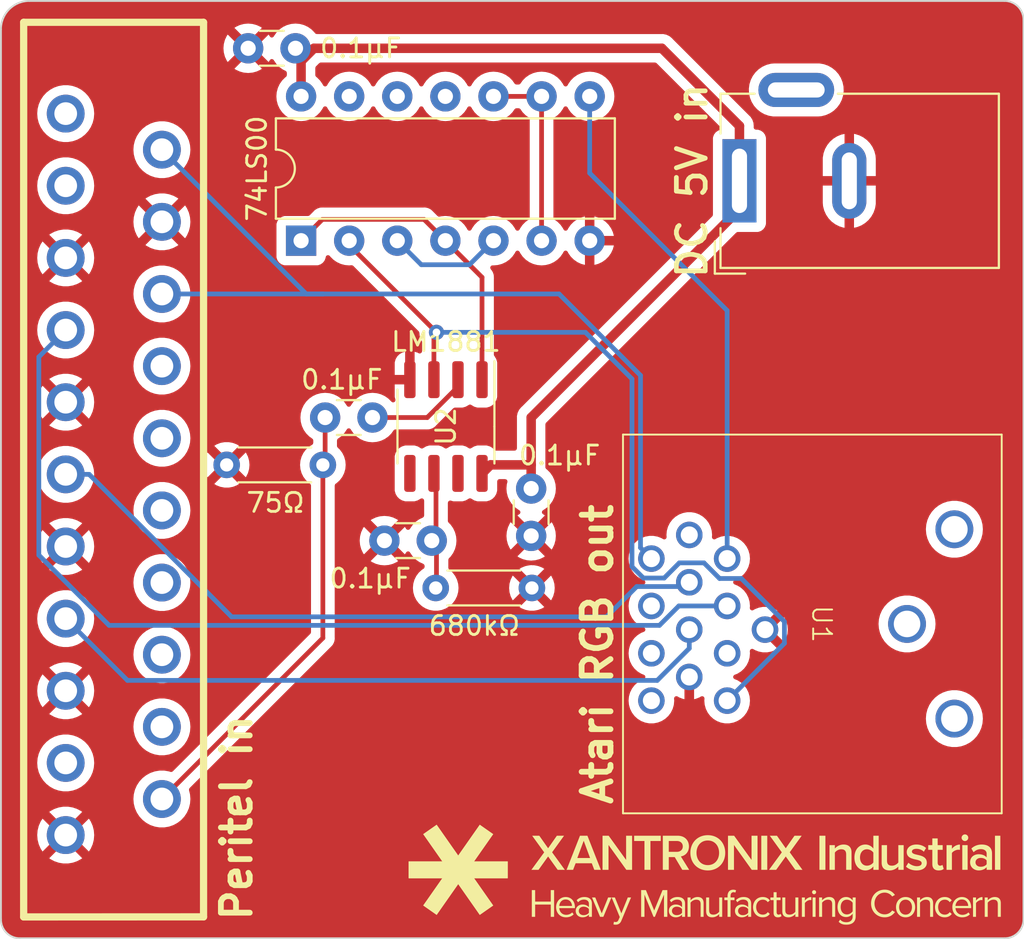
<source format=kicad_pcb>
(kicad_pcb (version 20221018) (generator pcbnew)

  (general
    (thickness 1.6)
  )

  (paper "A4")
  (layers
    (0 "F.Cu" signal)
    (31 "B.Cu" signal)
    (32 "B.Adhes" user "B.Adhesive")
    (33 "F.Adhes" user "F.Adhesive")
    (34 "B.Paste" user)
    (35 "F.Paste" user)
    (36 "B.SilkS" user "B.Silkscreen")
    (37 "F.SilkS" user "F.Silkscreen")
    (38 "B.Mask" user)
    (39 "F.Mask" user)
    (40 "Dwgs.User" user "User.Drawings")
    (41 "Cmts.User" user "User.Comments")
    (42 "Eco1.User" user "User.Eco1")
    (43 "Eco2.User" user "User.Eco2")
    (44 "Edge.Cuts" user)
    (45 "Margin" user)
    (46 "B.CrtYd" user "B.Courtyard")
    (47 "F.CrtYd" user "F.Courtyard")
    (48 "B.Fab" user)
    (49 "F.Fab" user)
    (50 "User.1" user)
    (51 "User.2" user)
    (52 "User.3" user)
    (53 "User.4" user)
    (54 "User.5" user)
    (55 "User.6" user)
    (56 "User.7" user)
    (57 "User.8" user)
    (58 "User.9" user)
  )

  (setup
    (pad_to_mask_clearance 0)
    (pcbplotparams
      (layerselection 0x00010fc_ffffffff)
      (plot_on_all_layers_selection 0x0000000_00000000)
      (disableapertmacros false)
      (usegerberextensions false)
      (usegerberattributes true)
      (usegerberadvancedattributes true)
      (creategerberjobfile true)
      (dashed_line_dash_ratio 12.000000)
      (dashed_line_gap_ratio 3.000000)
      (svgprecision 4)
      (plotframeref false)
      (viasonmask false)
      (mode 1)
      (useauxorigin false)
      (hpglpennumber 1)
      (hpglpenspeed 20)
      (hpglpendiameter 15.000000)
      (dxfpolygonmode true)
      (dxfimperialunits true)
      (dxfusepcbnewfont true)
      (psnegative false)
      (psa4output false)
      (plotreference true)
      (plotvalue true)
      (plotinvisibletext false)
      (sketchpadsonfab false)
      (subtractmaskfromsilk false)
      (outputformat 1)
      (mirror false)
      (drillshape 1)
      (scaleselection 1)
      (outputdirectory "")
    )
  )

  (net 0 "")
  (net 1 "GND")
  (net 2 "Net-(U2-INT)")
  (net 3 "CVBS")
  (net 4 "Net-(U2-VIDEO)")
  (net 5 "unconnected-(J1-P1-Pad1)")
  (net 6 "AUDIO_L")
  (net 7 "unconnected-(J1-P3-Pad3)")
  (net 8 "VIDEO_B")
  (net 9 "unconnected-(J1-P8-Pad8)")
  (net 10 "unconnected-(J1-P10-Pad10)")
  (net 11 "VIDEO_G")
  (net 12 "unconnected-(J1-P12-Pad12)")
  (net 13 "unconnected-(J1-P14-Pad14)")
  (net 14 "VIDEO_R")
  (net 15 "unconnected-(J1-P16-Pad16)")
  (net 16 "unconnected-(J1-P18-Pad18)")
  (net 17 "unconnected-(J1-P19-Pad19)")
  (net 18 "unconnected-(U1-Pad2)")
  (net 19 "unconnected-(U1-Pad3)")
  (net 20 "unconnected-(U1-Pad4)")
  (net 21 "HSYNC")
  (net 22 "unconnected-(U1-Pad11)")
  (net 23 "VSYNC")
  (net 24 "Net-(U2-CSYNC)")
  (net 25 "unconnected-(U2-BURST-Pad5)")
  (net 26 "+5V")
  (net 27 "Net-(U3-Pad3)")
  (net 28 "Net-(U3-Pad10)")
  (net 29 "unconnected-(U2-O{slash}E-Pad7)")
  (net 30 "unconnected-(U1-Pad5)")

  (footprint "Package_DIP:DIP-14_W7.62mm" (layer "F.Cu") (at 133.35 73.66 90))

  (footprint "Capacitor_THT:C_Disc_D3.0mm_W1.6mm_P2.50mm" (layer "F.Cu") (at 133.055 63.5 180))

  (footprint "Capacitor_THT:C_Disc_D3.0mm_W1.6mm_P2.50mm" (layer "F.Cu") (at 134.62 83))

  (footprint "Connector_BarrelJack:BarrelJack_Wuerth_6941xx301002" (layer "F.Cu") (at 156.5 70.5 90))

  (footprint "Capacitor_THT:C_Disc_D3.0mm_W1.6mm_P2.50mm" (layer "F.Cu") (at 145.5 86.75 -90))

  (footprint "Capacitor_THT:C_Disc_D3.0mm_W1.6mm_P2.50mm" (layer "F.Cu") (at 137.75 89.5))

  (footprint "Resistor_THT:R_Axial_DIN0204_L3.6mm_D1.6mm_P5.08mm_Horizontal" (layer "F.Cu") (at 129.42 85.5))

  (footprint "Resistor_THT:R_Axial_DIN0204_L3.6mm_D1.6mm_P5.08mm_Horizontal" (layer "F.Cu") (at 145.54 92 180))

  (footprint "sc1224-scart:SCART" (layer "F.Cu") (at 128.19964 86 90))

  (footprint "Package_SO:SOIC-8_3.9x4.9mm_P1.27mm" (layer "F.Cu") (at 141 83.475 -90))

  (footprint "sc1224-scart:DIN-13" (layer "F.Cu") (at 170.35 93.9 -90))

  (gr_poly
    (pts
      (xy 146.71168 109.367282)
      (xy 146.535996 109.367282)
      (xy 146.535996 108.719583)
      (xy 145.710496 108.719583)
      (xy 145.710496 109.367282)
      (xy 145.534812 109.367282)
      (xy 145.534812 107.955466)
      (xy 145.710496 107.955466)
      (xy 145.710496 108.562949)
      (xy 146.535996 108.562949)
      (xy 146.535996 107.955466)
      (xy 146.71168 107.955466)
    )

    (stroke (width 0) (type solid)) (fill solid) (layer "F.SilkS") (tstamp 04c21770-3c30-43ca-9e53-dd94507d64c1))
  (gr_poly
    (pts
      (xy 160.445912 107.959834)
      (xy 160.451367 107.960236)
      (xy 160.456747 107.960899)
      (xy 160.462043 107.961815)
      (xy 160.467249 107.96298)
      (xy 160.472358 107.964387)
      (xy 160.477364 107.966029)
      (xy 160.482259 107.967901)
      (xy 160.487035 107.969996)
      (xy 160.491687 107.972308)
      (xy 160.496208 107.974831)
      (xy 160.500589 107.977558)
      (xy 160.504825 107.980484)
      (xy 160.508908 107.983602)
      (xy 160.512831 107.986906)
      (xy 160.516588 107.99039)
      (xy 160.520171 107.994048)
      (xy 160.523574 107.997873)
      (xy 160.526789 108.00186)
      (xy 160.529809 108.006001)
      (xy 160.532628 108.010291)
      (xy 160.535238 108.014724)
      (xy 160.537633 108.019293)
      (xy 160.539805 108.023993)
      (xy 160.541748 108.028816)
      (xy 160.543455 108.033757)
      (xy 160.544918 108.03881)
      (xy 160.546131 108.043969)
      (xy 160.547086 108.049226)
      (xy 160.547777 108.054577)
      (xy 160.548197 108.060014)
      (xy 160.548338 108.065532)
      (xy 160.548197 108.071056)
      (xy 160.547777 108.076511)
      (xy 160.547086 108.081891)
      (xy 160.546131 108.087187)
      (xy 160.544918 108.092393)
      (xy 160.543455 108.097502)
      (xy 160.541748 108.102508)
      (xy 160.539805 108.107403)
      (xy 160.537633 108.112179)
      (xy 160.535238 108.116831)
      (xy 160.532628 108.121352)
      (xy 160.529809 108.125733)
      (xy 160.526789 108.129969)
      (xy 160.523574 108.134052)
      (xy 160.520171 108.137976)
      (xy 160.516588 108.141732)
      (xy 160.512831 108.145315)
      (xy 160.508908 108.148718)
      (xy 160.504825 108.151933)
      (xy 160.500589 108.154953)
      (xy 160.496208 108.157772)
      (xy 160.491687 108.160382)
      (xy 160.487035 108.162777)
      (xy 160.482259 108.16495)
      (xy 160.477364 108.166892)
      (xy 160.472358 108.168599)
      (xy 160.467249 108.170062)
      (xy 160.462043 108.171275)
      (xy 160.456747 108.17223)
      (xy 160.451367 108.172921)
      (xy 160.445912 108.173341)
      (xy 160.440388 108.173482)
      (xy 160.435057 108.173341)
      (xy 160.429782 108.172921)
      (xy 160.424571 108.17223)
      (xy 160.419432 108.171275)
      (xy 160.414373 108.170062)
      (xy 160.409399 108.168599)
      (xy 160.40452 108.166892)
      (xy 160.399742 108.16495)
      (xy 160.395072 108.162777)
      (xy 160.390518 108.160382)
      (xy 160.386087 108.157772)
      (xy 160.381787 108.154953)
      (xy 160.377625 108.151933)
      (xy 160.373608 108.148718)
      (xy 160.369744 108.145315)
      (xy 160.36604 108.141732)
      (xy 160.362504 108.137976)
      (xy 160.359142 108.134052)
      (xy 160.355962 108.129969)
      (xy 160.352972 108.125733)
      (xy 160.350179 108.121352)
      (xy 160.34759 108.116831)
      (xy 160.345213 108.112179)
      (xy 160.343055 108.107403)
      (xy 160.341123 108.102508)
      (xy 160.339424 108.097502)
      (xy 160.337967 108.092393)
      (xy 160.336758 108.087187)
      (xy 160.335805 108.081891)
      (xy 160.335116 108.076511)
      (xy 160.334696 108.071056)
      (xy 160.334555 108.065532)
      (xy 160.334696 108.060014)
      (xy 160.335116 108.054577)
      (xy 160.335805 108.049226)
      (xy 160.336758 108.043969)
      (xy 160.337967 108.03881)
      (xy 160.339424 108.033757)
      (xy 160.341123 108.028816)
      (xy 160.343055 108.023993)
      (xy 160.345213 108.019293)
      (xy 160.34759 108.014724)
      (xy 160.350179 108.010291)
      (xy 160.352972 108.006001)
      (xy 160.355962 108.00186)
      (xy 160.359142 107.997873)
      (xy 160.362504 107.994048)
      (xy 160.36604 107.99039)
      (xy 160.369744 107.986906)
      (xy 160.373608 107.983602)
      (xy 160.377625 107.980484)
      (xy 160.381787 107.977558)
      (xy 160.386087 107.974831)
      (xy 160.390518 107.972308)
      (xy 160.395072 107.969996)
      (xy 160.399742 107.967901)
      (xy 160.40452 107.966029)
      (xy 160.409399 107.964387)
      (xy 160.414373 107.96298)
      (xy 160.419432 107.961815)
      (xy 160.424571 107.960899)
      (xy 160.429782 107.960236)
      (xy 160.435057 107.959834)
      (xy 160.440388 107.959699)
    )

    (stroke (width 0) (type solid)) (fill solid) (layer "F.SilkS") (tstamp 097a4810-8236-4cc9-8d97-17989aed30d9))
  (gr_poly
    (pts
      (xy 150.514059 106.360875)
      (xy 150.514059 105.084366)
      (xy 150.829812 105.084366)
      (xy 150.829812 106.884433)
      (xy 150.524853 106.884433)
      (xy 149.585689 105.57284)
      (xy 149.585689 106.884433)
      (xy 149.269935 106.884433)
      (xy 149.269935 105.084366)
      (xy 149.593785 105.084366)
    )

    (stroke (width 0) (type solid)) (fill solid) (layer "F.SilkS") (tstamp 1b792017-f113-4190-ad02-d3b7f14eddcb))
  (gr_poly
    (pts
      (xy 148.351903 108.320686)
      (xy 148.390874 108.3242)
      (xy 148.428579 108.33015)
      (xy 148.446891 108.334064)
      (xy 148.464808 108.338615)
      (xy 148.482303 108.343815)
      (xy 148.499351 108.349673)
      (xy 148.515924 108.356197)
      (xy 148.531996 108.363399)
      (xy 148.547541 108.371288)
      (xy 148.562532 108.379873)
      (xy 148.576944 108.389165)
      (xy 148.59075 108.399172)
      (xy 148.603923 108.409905)
      (xy 148.616437 108.421373)
      (xy 148.628266 108.433585)
      (xy 148.639384 108.446553)
      (xy 148.649763 108.460285)
      (xy 148.659378 108.47479)
      (xy 148.668203 108.49008)
      (xy 148.67621 108.506163)
      (xy 148.683374 108.523049)
      (xy 148.689669 108.540747)
      (xy 148.695067 108.559268)
      (xy 148.699543 108.578621)
      (xy 148.70307 108.598816)
      (xy 148.705622 108.619863)
      (xy 148.707173 108.64177)
      (xy 148.707696 108.664549)
      (xy 148.707696 109.367282)
      (xy 148.548945 109.367282)
      (xy 148.548945 109.250866)
      (xy 148.532701 109.267806)
      (xy 148.515728 109.283699)
      (xy 148.498042 109.298537)
      (xy 148.479658 109.312315)
      (xy 148.460592 109.325027)
      (xy 148.440859 109.336665)
      (xy 148.420476 109.347225)
      (xy 148.399456 109.356699)
      (xy 148.377817 109.365082)
      (xy 148.355573 109.372368)
      (xy 148.332739 109.378549)
      (xy 148.309333 109.383621)
      (xy 148.285368 109.387576)
      (xy 148.26086 109.390409)
      (xy 148.235825 109.392113)
      (xy 148.210279 109.392683)
      (xy 148.193982 109.392342)
      (xy 148.177659 109.391321)
      (xy 148.145076 109.387246)
      (xy 148.128887 109.384196)
      (xy 148.112815 109.380474)
      (xy 148.096895 109.376081)
      (xy 148.081162 109.37102)
      (xy 148.065653 109.365292)
      (xy 148.050403 109.358899)
      (xy 148.035447 109.351844)
      (xy 148.020821 109.344127)
      (xy 148.006561 109.335752)
      (xy 147.992703 109.32672)
      (xy 147.979282 109.317033)
      (xy 147.966333 109.306693)
      (xy 147.953894 109.295702)
      (xy 147.941998 109.284061)
      (xy 147.930682 109.271773)
      (xy 147.919982 109.258841)
      (xy 147.909932 109.245264)
      (xy 147.90057 109.231046)
      (xy 147.89193 109.216189)
      (xy 147.884048 109.200694)
      (xy 147.87696 109.184564)
      (xy 147.870701 109.1678)
      (xy 147.865307 109.150404)
      (xy 147.860814 109.132378)
      (xy 147.857258 109.113724)
      (xy 147.854673 109.094445)
      (xy 147.853096 109.074542)
      (xy 147.852618 109.056132)
      (xy 148.015545 109.056132)
      (xy 148.015848 109.06813)
      (xy 148.016746 109.079906)
      (xy 148.018231 109.09145)
      (xy 148.020291 109.102753)
      (xy 148.022916 109.113802)
      (xy 148.026094 109.124588)
      (xy 148.029814 109.135101)
      (xy 148.034066 109.14533)
      (xy 148.038839 109.155264)
      (xy 148.044122 109.164893)
      (xy 148.049905 109.174206)
      (xy 148.056175 109.183194)
      (xy 148.062924 109.191845)
      (xy 148.070138 109.20015)
      (xy 148.077809 109.208097)
      (xy 148.085924 109.215676)
      (xy 148.094474 109.222877)
      (xy 148.103447 109.229689)
      (xy 148.112832 109.236102)
      (xy 148.122619 109.242105)
      (xy 148.132796 109.247688)
      (xy 148.143353 109.252841)
      (xy 148.15428 109.257552)
      (xy 148.165564 109.261812)
      (xy 148.177195 109.26561)
      (xy 148.189163 109.268936)
      (xy 148.201457 109.271779)
      (xy 148.214065 109.274128)
      (xy 148.226977 109.275973)
      (xy 148.240183 109.277305)
      (xy 148.25367 109.278111)
      (xy 148.267428 109.278382)
      (xy 148.288403 109.277886)
      (xy 148.309216 109.276398)
      (xy 148.329806 109.273917)
      (xy 148.350111 109.270444)
      (xy 148.370068 109.26598)
      (xy 148.389617 109.260523)
      (xy 148.408694 109.254073)
      (xy 148.427237 109.246632)
      (xy 148.445185 109.238198)
      (xy 148.462476 109.228773)
      (xy 148.479048 109.218355)
      (xy 148.494838 109.206944)
      (xy 148.509785 109.194542)
      (xy 148.516923 109.187969)
      (xy 148.523826 109.181148)
      (xy 148.530488 109.174078)
      (xy 148.536901 109.166761)
      (xy 148.543056 109.159195)
      (xy 148.548945 109.151382)
      (xy 148.548945 108.958766)
      (xy 148.536901 108.943387)
      (xy 148.523826 108.929)
      (xy 148.509785 108.915606)
      (xy 148.494838 108.903203)
      (xy 148.479047 108.891793)
      (xy 148.462476 108.881375)
      (xy 148.445185 108.871949)
      (xy 148.427236 108.863516)
      (xy 148.408693 108.856074)
      (xy 148.389616 108.849625)
      (xy 148.370068 108.844168)
      (xy 148.35011 108.839703)
      (xy 148.329806 108.836231)
      (xy 148.309216 108.83375)
      (xy 148.288403 108.832262)
      (xy 148.267428 108.831766)
      (xy 148.25367 108.832037)
      (xy 148.240183 108.832844)
      (xy 148.226978 108.834176)
      (xy 148.214066 108.836024)
      (xy 148.201457 108.838377)
      (xy 148.189164 108.841226)
      (xy 148.177196 108.844559)
      (xy 148.165564 108.848368)
      (xy 148.15428 108.852642)
      (xy 148.143354 108.857371)
      (xy 148.132797 108.862545)
      (xy 148.122619 108.868154)
      (xy 148.112832 108.874188)
      (xy 148.103447 108.880636)
      (xy 148.094474 108.887489)
      (xy 148.085925 108.894736)
      (xy 148.077809 108.902368)
      (xy 148.070139 108.910375)
      (xy 148.062924 108.918745)
      (xy 148.056176 108.92747)
      (xy 148.049905 108.936539)
      (xy 148.044123 108.945943)
      (xy 148.038839 108.95567)
      (xy 148.034066 108.965711)
      (xy 148.029814 108.976056)
      (xy 148.026094 108.986695)
      (xy 148.022916 108.997617)
      (xy 148.020291 109.008813)
      (xy 148.018231 109.020273)
      (xy 148.016746 109.031986)
      (xy 148.015848 109.043943)
      (xy 148.015545 109.056132)
      (xy 147.852618 109.056132)
      (xy 147.852563 109.054016)
      (xy 147.853096 109.032938)
      (xy 147.854673 109.012564)
      (xy 147.857258 108.992893)
      (xy 147.860814 108.973922)
      (xy 147.865307 108.955648)
      (xy 147.870701 108.93807)
      (xy 147.87696 108.921184)
      (xy 147.884048 108.904989)
      (xy 147.89193 108.889483)
      (xy 147.90057 108.874663)
      (xy 147.909932 108.860526)
      (xy 147.919982 108.84707)
      (xy 147.930682 108.834294)
      (xy 147.941998 108.822194)
      (xy 147.953894 108.810769)
      (xy 147.966333 108.800016)
      (xy 147.979282 108.789932)
      (xy 147.992703 108.780516)
      (xy 148.006561 108.771765)
      (xy 148.020821 108.763677)
      (xy 148.035447 108.756249)
      (xy 148.050403 108.749479)
      (xy 148.081162 108.737905)
      (xy 148.112815 108.728935)
      (xy 148.145076 108.722551)
      (xy 148.177659 108.718734)
      (xy 148.210279 108.717466)
      (xy 148.236197 108.717988)
      (xy 148.261554 108.719562)
      (xy 148.286335 108.722196)
      (xy 148.310523 108.725899)
      (xy 148.334103 108.730682)
      (xy 148.357061 108.736553)
      (xy 148.379379 108.743522)
      (xy 148.401044 108.751597)
      (xy 148.422038 108.760789)
      (xy 148.442347 108.771106)
      (xy 148.461956 108.782558)
      (xy 148.480848 108.795154)
      (xy 148.499009 108.808904)
      (xy 148.516422 108.823816)
      (xy 148.533073 108.8399)
      (xy 148.548945 108.857166)
      (xy 148.548945 108.673016)
      (xy 148.548625 108.660292)
      (xy 148.547673 108.647918)
      (xy 148.546103 108.635899)
      (xy 148.543927 108.624237)
      (xy 148.541158 108.612937)
      (xy 148.537811 108.602001)
      (xy 148.533898 108.591434)
      (xy 148.529432 108.581238)
      (xy 148.524427 108.571418)
      (xy 148.518896 108.561976)
      (xy 148.512851 108.552916)
      (xy 148.506306 108.544242)
      (xy 148.499275 108.535957)
      (xy 148.491769 108.528065)
      (xy 148.483804 108.520569)
      (xy 148.475391 108.513472)
      (xy 148.466544 108.506778)
      (xy 148.457276 108.500491)
      (xy 148.447601 108.494614)
      (xy 148.437531 108.489151)
      (xy 148.427079 108.484104)
      (xy 148.41626 108.479478)
      (xy 148.405085 108.475277)
      (xy 148.393569 108.471502)
      (xy 148.369563 108.46525)
      (xy 148.344348 108.460749)
      (xy 148.318029 108.458029)
      (xy 148.290712 108.457115)
      (xy 148.267962 108.457638)
      (xy 148.245737 108.459216)
      (xy 148.224014 108.461859)
      (xy 148.202771 108.465582)
      (xy 148.181987 108.470396)
      (xy 148.161641 108.476314)
      (xy 148.14171 108.483349)
      (xy 148.122173 108.491511)
      (xy 148.103007 108.500815)
      (xy 148.084192 108.511273)
      (xy 148.065706 108.522896)
      (xy 148.047527 108.535697)
      (xy 148.029633 108.549689)
      (xy 148.012002 108.564884)
      (xy 147.994614 108.581294)
      (xy 147.977445 108.598932)
      (xy 147.903362 108.488866)
      (xy 147.924251 108.468128)
      (xy 147.945658 108.448773)
      (xy 147.967605 108.430795)
      (xy 147.990113 108.414187)
      (xy 148.013203 108.398944)
      (xy 148.036898 108.385058)
      (xy 148.06122 108.372524)
      (xy 148.086189 108.361337)
      (xy 148.111829 108.351488)
      (xy 148.138159 108.342973)
      (xy 148.165203 108.335785)
      (xy 148.192982 108.329917)
      (xy 148.221517 108.325365)
      (xy 148.25083 108.32212)
      (xy 148.280944 108.320178)
      (xy 148.311879 108.319532)
    )

    (stroke (width 0) (type solid)) (fill solid) (layer "F.SilkS") (tstamp 1d537a32-c095-4159-b96b-97cc55e53437))
  (gr_poly
    (pts
      (xy 157.745117 108.319753)
      (xy 157.761919 108.320412)
      (xy 157.778291 108.321499)
      (xy 157.794241 108.323004)
      (xy 157.809777 108.324919)
      (xy 157.824907 108.327233)
      (xy 157.839639 108.329939)
      (xy 157.853982 108.333025)
      (xy 157.867944 108.336484)
      (xy 157.881533 108.340305)
      (xy 157.894756 108.34448)
      (xy 157.907622 108.349)
      (xy 157.92014 108.353853)
      (xy 157.932317 108.359033)
      (xy 157.944161 108.364529)
      (xy 157.955681 108.370332)
      (xy 157.966885 108.376432)
      (xy 157.977781 108.382821)
      (xy 157.988376 108.389489)
      (xy 157.99868 108.396426)
      (xy 158.018445 108.411073)
      (xy 158.03714 108.426688)
      (xy 158.05483 108.443195)
      (xy 158.071581 108.460521)
      (xy 158.087458 108.478592)
      (xy 158.102525 108.497332)
      (xy 157.996692 108.594698)
      (xy 157.983768 108.577853)
      (xy 157.970399 108.562229)
      (xy 157.956582 108.547808)
      (xy 157.94232 108.534572)
      (xy 157.92761 108.522501)
      (xy 157.912455 108.511578)
      (xy 157.896853 108.501783)
      (xy 157.880804 108.493098)
      (xy 157.864309 108.485505)
      (xy 157.847367 108.478984)
      (xy 157.829979 108.473518)
      (xy 157.812145 108.469087)
      (xy 157.793864 108.465674)
      (xy 157.775136 108.463258)
      (xy 157.755962 108.461823)
      (xy 157.736342 108.461348)
      (xy 157.716146 108.461835)
      (xy 157.696444 108.463281)
      (xy 157.677244 108.465668)
      (xy 157.658558 108.468976)
      (xy 157.640394 108.473184)
      (xy 157.622762 108.478273)
      (xy 157.605672 108.484223)
      (xy 157.589134 108.491015)
      (xy 157.573156 108.498628)
      (xy 157.55775 108.507043)
      (xy 157.542924 108.51624)
      (xy 157.528689 108.5262)
      (xy 157.515053 108.536902)
      (xy 157.502027 108.548327)
      (xy 157.489621 108.560456)
      (xy 157.477843 108.573267)
      (xy 157.466705 108.586742)
      (xy 157.456214 108.600861)
      (xy 157.446382 108.615603)
      (xy 157.437217 108.63095)
      (xy 157.42873 108.646882)
      (xy 157.420931 108.663378)
      (xy 157.413828 108.680419)
      (xy 157.407431 108.697985)
      (xy 157.401751 108.716057)
      (xy 157.396797 108.734614)
      (xy 157.392578 108.753637)
      (xy 157.389105 108.773106)
      (xy 157.386386 108.793002)
      (xy 157.384433 108.813304)
      (xy 157.383253 108.833992)
      (xy 157.382858 108.855048)
      (xy 157.383253 108.87611)
      (xy 157.384433 108.896817)
      (xy 157.386386 108.917148)
      (xy 157.389105 108.937082)
      (xy 157.392578 108.956599)
      (xy 157.396797 108.975678)
      (xy 157.401751 108.9943)
      (xy 157.407431 109.012443)
      (xy 157.413828 109.030086)
      (xy 157.420931 109.04721)
      (xy 157.42873 109.063794)
      (xy 157.437217 109.079816)
      (xy 157.446382 109.095258)
      (xy 157.456214 109.110097)
      (xy 157.466705 109.124314)
      (xy 157.477843 109.137888)
      (xy 157.489621 109.150799)
      (xy 157.502027 109.163025)
      (xy 157.515053 109.174547)
      (xy 157.528689 109.185344)
      (xy 157.542924 109.195395)
      (xy 157.55775 109.204679)
      (xy 157.573156 109.213177)
      (xy 157.589134 109.220868)
      (xy 157.605672 109.227731)
      (xy 157.622762 109.233745)
      (xy 157.640394 109.238891)
      (xy 157.658558 109.243147)
      (xy 157.677244 109.246493)
      (xy 157.696444 109.248908)
      (xy 157.716146 109.250372)
      (xy 157.736342 109.250865)
      (xy 157.755962 109.250367)
      (xy 157.775136 109.248868)
      (xy 157.793864 109.246358)
      (xy 157.812145 109.242828)
      (xy 157.829979 109.238269)
      (xy 157.847367 109.232671)
      (xy 157.864309 109.226025)
      (xy 157.880804 109.218322)
      (xy 157.896853 109.209552)
      (xy 157.912455 109.199706)
      (xy 157.92761 109.188775)
      (xy 157.94232 109.176749)
      (xy 157.956582 109.16362)
      (xy 157.970399 109.149377)
      (xy 157.983768 109.134012)
      (xy 157.996692 109.117515)
      (xy 158.102525 109.214882)
      (xy 158.087458 109.233622)
      (xy 158.071582 109.251692)
      (xy 158.054831 109.269018)
      (xy 158.03714 109.285525)
      (xy 158.018445 109.30114)
      (xy 157.998681 109.315787)
      (xy 157.977781 109.329393)
      (xy 157.955682 109.341882)
      (xy 157.932317 109.35318)
      (xy 157.907623 109.363214)
      (xy 157.881533 109.371908)
      (xy 157.853983 109.379188)
      (xy 157.824907 109.38498)
      (xy 157.794241 109.389209)
      (xy 157.761919 109.391801)
      (xy 157.727876 109.392682)
      (xy 157.699596 109.392005)
      (xy 157.671918 109.389993)
      (xy 157.644861 109.386675)
      (xy 157.618446 109.382082)
      (xy 157.592691 109.376242)
      (xy 157.567616 109.369186)
      (xy 157.54324 109.360941)
      (xy 157.519582 109.351539)
      (xy 157.496663 109.341008)
      (xy 157.474501 109.329378)
      (xy 157.453115 109.316678)
      (xy 157.432526 109.302938)
      (xy 157.412752 109.288188)
      (xy 157.393813 109.272456)
      (xy 157.375728 109.255772)
      (xy 157.358517 109.238165)
      (xy 157.342199 109.219666)
      (xy 157.326793 109.200303)
      (xy 157.312318 109.180106)
      (xy 157.298795 109.159104)
      (xy 157.286243 109.137328)
      (xy 157.27468 109.114805)
      (xy 157.264126 109.091567)
      (xy 157.254601 109.067641)
      (xy 157.246124 109.043059)
      (xy 157.238715 109.017848)
      (xy 157.232392 108.992039)
      (xy 157.227176 108.965661)
      (xy 157.223084 108.938744)
      (xy 157.220138 108.911316)
      (xy 157.218356 108.883408)
      (xy 157.217758 108.855049)
      (xy 157.217758 108.855048)
      (xy 157.218356 108.826881)
      (xy 157.220138 108.799154)
      (xy 157.223084 108.771895)
      (xy 157.227176 108.745135)
      (xy 157.232392 108.718903)
      (xy 157.238715 108.69323)
      (xy 157.246124 108.668146)
      (xy 157.254601 108.643679)
      (xy 157.264126 108.619861)
      (xy 157.27468 108.59672)
      (xy 157.286243 108.574288)
      (xy 157.298795 108.552592)
      (xy 157.312318 108.531664)
      (xy 157.326793 108.511534)
      (xy 157.342199 108.49223)
      (xy 157.358517 108.473784)
      (xy 157.375728 108.456224)
      (xy 157.393813 108.439581)
      (xy 157.412752 108.423884)
      (xy 157.432526 108.409163)
      (xy 157.453115 108.395449)
      (xy 157.474501 108.382771)
      (xy 157.496663 108.371158)
      (xy 157.519582 108.360641)
      (xy 157.54324 108.35125)
      (xy 157.567616 108.343014)
      (xy 157.592691 108.335963)
      (xy 157.618446 108.330127)
      (xy 157.644861 108.325536)
      (xy 157.671918 108.32222)
      (xy 157.699596 108.320209)
      (xy 157.727876 108.319532)
    )

    (stroke (width 0) (type solid)) (fill solid) (layer "F.SilkS") (tstamp 25a100fb-619a-4bdb-83b4-e6a78ec40c77))
  (gr_poly
    (pts
      (xy 164.193722 107.932534)
      (xy 164.217012 107.933577)
      (xy 164.239826 107.935296)
      (xy 164.262168 107.937677)
      (xy 164.284042 107.940705)
      (xy 164.305452 107.944364)
      (xy 164.326401 107.948639)
      (xy 164.346893 107.953515)
      (xy 164.366933 107.958977)
      (xy 164.386524 107.96501)
      (xy 164.40567 107.971599)
      (xy 164.424375 107.978729)
      (xy 164.442643 107.986384)
      (xy 164.460477 107.99455)
      (xy 164.477882 108.003211)
      (xy 164.494862 108.012352)
      (xy 164.51142 108.021958)
      (xy 164.52756 108.032014)
      (xy 164.543286 108.042505)
      (xy 164.558601 108.053416)
      (xy 164.588019 108.076436)
      (xy 164.615842 108.100954)
      (xy 164.642103 108.126848)
      (xy 164.666832 108.153999)
      (xy 164.690061 108.182284)
      (xy 164.711819 108.211583)
      (xy 164.563653 108.294133)
      (xy 164.547814 108.272293)
      (xy 164.530502 108.251278)
      (xy 164.511783 108.231169)
      (xy 164.49172 108.212046)
      (xy 164.470381 108.193989)
      (xy 164.447828 108.177079)
      (xy 164.424129 108.161398)
      (xy 164.399348 108.147024)
      (xy 164.373549 108.13404)
      (xy 164.346799 108.122526)
      (xy 164.319161 108.112561)
      (xy 164.290702 108.104228)
      (xy 164.261487 108.097606)
      (xy 164.23158 108.092776)
      (xy 164.201047 108.08982)
      (xy 164.169952 108.088816)
      (xy 164.141779 108.089506)
      (xy 164.114034 108.091561)
      (xy 164.086746 108.094953)
      (xy 164.059948 108.09966)
      (xy 164.033669 108.105654)
      (xy 164.007939 108.112912)
      (xy 163.982791 108.121408)
      (xy 163.958253 108.131116)
      (xy 163.934357 108.142012)
      (xy 163.911134 108.15407)
      (xy 163.888614 108.167266)
      (xy 163.866828 108.181573)
      (xy 163.845805 108.196967)
      (xy 163.825578 108.213423)
      (xy 163.806176 108.230915)
      (xy 163.787631 108.249418)
      (xy 163.769972 108.268907)
      (xy 163.75323 108.289357)
      (xy 163.737437 108.310743)
      (xy 163.722622 108.333039)
      (xy 163.708816 108.35622)
      (xy 163.696051 108.380261)
      (xy 163.684355 108.405137)
      (xy 163.673761 108.430823)
      (xy 163.664299 108.457293)
      (xy 163.655998 108.484522)
      (xy 163.648891 108.512486)
      (xy 163.643008 108.541158)
      (xy 163.638378 108.570514)
      (xy 163.635033 108.600529)
      (xy 163.633004 108.631176)
      (xy 163.632321 108.662432)
      (xy 163.633004 108.693502)
      (xy 163.635033 108.723987)
      (xy 163.638378 108.753862)
      (xy 163.643008 108.783099)
      (xy 163.648891 108.811673)
      (xy 163.655998 108.839556)
      (xy 163.664299 108.866724)
      (xy 163.673761 108.893149)
      (xy 163.684355 108.918805)
      (xy 163.696051 108.943666)
      (xy 163.708816 108.967705)
      (xy 163.722622 108.990896)
      (xy 163.737437 109.013213)
      (xy 163.75323 109.034629)
      (xy 163.769972 109.055118)
      (xy 163.787631 109.074653)
      (xy 163.806176 109.093209)
      (xy 163.825578 109.110759)
      (xy 163.845805 109.127276)
      (xy 163.866828 109.142734)
      (xy 163.888614 109.157107)
      (xy 163.911134 109.170368)
      (xy 163.934357 109.182492)
      (xy 163.958253 109.193451)
      (xy 163.982791 109.20322)
      (xy 164.007939 109.211772)
      (xy 164.033669 109.21908)
      (xy 164.059948 109.225119)
      (xy 164.086746 109.229861)
      (xy 164.114034 109.233281)
      (xy 164.141779 109.235353)
      (xy 164.169952 109.236049)
      (xy 164.185566 109.235803)
      (xy 164.201047 109.235069)
      (xy 164.216388 109.233857)
      (xy 164.23158 109.232175)
      (xy 164.246616 109.230034)
      (xy 164.261487 109.22744)
      (xy 164.276185 109.224404)
      (xy 164.290702 109.220935)
      (xy 164.30503 109.21704)
      (xy 164.319161 109.21273)
      (xy 164.346799 109.202898)
      (xy 164.373549 109.191509)
      (xy 164.399348 109.178635)
      (xy 164.424129 109.164347)
      (xy 164.447828 109.148716)
      (xy 164.470381 109.131814)
      (xy 164.49172 109.113712)
      (xy 164.511783 109.094482)
      (xy 164.530502 109.074194)
      (xy 164.547814 109.052921)
      (xy 164.563653 109.030733)
      (xy 164.713937 109.113282)
      (xy 164.691108 109.14293)
      (xy 164.667036 109.171474)
      (xy 164.641667 109.198803)
      (xy 164.61495 109.224804)
      (xy 164.586831 109.249367)
      (xy 164.557258 109.27238)
      (xy 164.526179 109.29373)
      (xy 164.493539 109.313307)
      (xy 164.459288 109.330999)
      (xy 164.423371 109.346694)
      (xy 164.385736 109.360281)
      (xy 164.346331 109.371648)
      (xy 164.305103 109.380683)
      (xy 164.261999 109.387275)
      (xy 164.216966 109.391312)
      (xy 164.169952 109.392682)
      (xy 164.169952 109.392683)
      (xy 164.132691 109.39182)
      (xy 164.095944 109.389249)
      (xy 164.059756 109.385)
      (xy 164.024171 109.379102)
      (xy 163.989233 109.371584)
      (xy 163.954984 109.362475)
      (xy 163.92147 109.351805)
      (xy 163.888734 109.339601)
      (xy 163.856819 109.325893)
      (xy 163.82577 109.310711)
      (xy 163.79563 109.294083)
      (xy 163.766443 109.276039)
      (xy 163.738253 109.256607)
      (xy 163.711103 109.235817)
      (xy 163.685038 109.213697)
      (xy 163.660101 109.190277)
      (xy 163.636336 109.165585)
      (xy 163.613787 109.139652)
      (xy 163.592498 109.112505)
      (xy 163.572512 109.084175)
      (xy 163.553873 109.054689)
      (xy 163.536625 109.024078)
      (xy 163.520812 108.992369)
      (xy 163.506478 108.959593)
      (xy 163.493665 108.925778)
      (xy 163.48242 108.890954)
      (xy 163.472784 108.855149)
      (xy 163.464802 108.818393)
      (xy 163.458517 108.780714)
      (xy 163.453974 108.742141)
      (xy 163.451216 108.702705)
      (xy 163.450287 108.662433)
      (xy 163.451216 108.622161)
      (xy 163.453974 108.582725)
      (xy 163.458517 108.544152)
      (xy 163.464801 108.506473)
      (xy 163.472784 108.469717)
      (xy 163.482419 108.433912)
      (xy 163.493665 108.399088)
      (xy 163.506477 108.365273)
      (xy 163.520811 108.332497)
      (xy 163.536624 108.300788)
      (xy 163.553872 108.270177)
      (xy 163.572511 108.240691)
      (xy 163.592497 108.212361)
      (xy 163.613786 108.185214)
      (xy 163.636335 108.15928)
      (xy 163.6601 108.134589)
      (xy 163.685037 108.111169)
      (xy 163.711102 108.089049)
      (xy 163.738251 108.068259)
      (xy 163.766442 108.048827)
      (xy 163.795628 108.030782)
      (xy 163.825769 108.014155)
      (xy 163.856818 107.998972)
      (xy 163.888733 107.985265)
      (xy 163.921469 107.973061)
      (xy 163.954983 107.96239)
      (xy 163.989232 107.953281)
      (xy 164.02417 107.945764)
      (xy 164.059756 107.939866)
      (xy 164.095944 107.935617)
      (xy 164.13269 107.933046)
      (xy 164.169952 107.932183)
    )

    (stroke (width 0) (type solid)) (fill solid) (layer "F.SilkS") (tstamp 28a983d9-9707-4b77-a6ac-991f33a9e9b2))
  (gr_poly
    (pts
      (xy 150.263445 109.183132)
      (xy 150.602112 108.344932)
      (xy 150.775677 108.344932)
      (xy 150.263445 109.574716)
      (xy 150.251442 109.601439)
      (xy 150.238463 109.626082)
      (xy 150.224522 109.648697)
      (xy 150.209636 109.669337)
      (xy 150.201843 109.678933)
      (xy 150.193819 109.688055)
      (xy 150.185567 109.696709)
      (xy 150.177088 109.704903)
      (xy 150.168384 109.712642)
      (xy 150.159457 109.719934)
      (xy 150.15031 109.726785)
      (xy 150.140943 109.733201)
      (xy 150.121561 109.744756)
      (xy 150.101326 109.754653)
      (xy 150.080254 109.762943)
      (xy 150.05836 109.76968)
      (xy 150.03566 109.774917)
      (xy 150.01217 109.778705)
      (xy 149.987904 109.781098)
      (xy 149.962879 109.782149)
      (xy 149.949369 109.78186)
      (xy 149.934568 109.781025)
      (xy 149.918975 109.779693)
      (xy 149.903083 109.777916)
      (xy 149.88739 109.775741)
      (xy 149.872391 109.773219)
      (xy 149.858583 109.7704)
      (xy 149.852281 109.768894)
      (xy 149.846462 109.767332)
      (xy 149.871861 109.623399)
      (xy 149.876394 109.625333)
      (xy 149.881233 109.627165)
      (xy 149.886339 109.628892)
      (xy 149.891672 109.63051)
      (xy 149.89719 109.632016)
      (xy 149.902855 109.633408)
      (xy 149.908624 109.634682)
      (xy 149.914459 109.635835)
      (xy 149.926163 109.637765)
      (xy 149.937643 109.639175)
      (xy 149.948578 109.640039)
      (xy 149.95374 109.640259)
      (xy 149.958645 109.640333)
      (xy 149.971472 109.640051)
      (xy 149.983772 109.639167)
      (xy 149.995563 109.637626)
      (xy 150.006865 109.635372)
      (xy 150.012338 109.63396)
      (xy 150.017695 109.632349)
      (xy 150.02294 109.630531)
      (xy 150.028073 109.628501)
      (xy 150.033098 109.62625)
      (xy 150.038017 109.623772)
      (xy 150.042832 109.621061)
      (xy 150.047545 109.618108)
      (xy 150.052159 109.614907)
      (xy 150.056676 109.611451)
      (xy 150.061099 109.607733)
      (xy 150.065429 109.603746)
      (xy 150.06967 109.599483)
      (xy 150.073822 109.594937)
      (xy 150.07789 109.590101)
      (xy 150.081875 109.584969)
      (xy 150.085779 109.579532)
      (xy 150.089604 109.573785)
      (xy 150.093354 109.56772)
      (xy 150.09703 109.56133)
      (xy 150.100635 109.554608)
      (xy 150.104171 109.547547)
      (xy 150.111045 109.532382)
      (xy 150.178778 109.377866)
      (xy 149.751211 108.344932)
      (xy 149.922661 108.344932)
    )

    (stroke (width 0) (type solid)) (fill solid) (layer "F.SilkS") (tstamp 28c6bc3a-2d32-4989-ba10-d0f3141b95a3))
  (gr_poly
    (pts
      (xy 143.5 105)
      (xy 140.510363 109.269661)
      (xy 139.79511 108.768865)
      (xy 142.784746 104.499203)
    )

    (stroke (width 0) (type solid)) (fill solid) (layer "F.SilkS") (tstamp 2a376715-dabc-42f5-8a4d-6c41139faf04))
  (gr_poly
    (pts
      (xy 161.038808 106.884433)
      (xy 160.723053 106.884433)
      (xy 160.723053 105.084366)
      (xy 161.038808 105.084366)
    )

    (stroke (width 0) (type solid)) (fill solid) (layer "F.SilkS") (tstamp 2ee25e86-9f08-4eb0-b8fa-78f08543074e))
  (gr_poly
    (pts
      (xy 158.462359 108.344932)
      (xy 158.669794 108.344932)
      (xy 158.669794 108.484632)
      (xy 158.462359 108.484632)
      (xy 158.462359 109.119633)
      (xy 158.462757 109.133664)
      (xy 158.463254 109.140478)
      (xy 158.463951 109.147149)
      (xy 158.464848 109.153672)
      (xy 158.465945 109.160039)
      (xy 158.467243 109.166246)
      (xy 158.468742 109.172285)
      (xy 158.470443 109.17815)
      (xy 158.472346 109.183835)
      (xy 158.474451 109.189335)
      (xy 158.476758 109.194642)
      (xy 158.479269 109.199751)
      (xy 158.481983 109.204655)
      (xy 158.484901 109.209348)
      (xy 158.488023 109.213824)
      (xy 158.49135 109.218077)
      (xy 158.494882 109.222101)
      (xy 158.49862 109.225889)
      (xy 158.502563 109.229435)
      (xy 158.506712 109.232733)
      (xy 158.511068 109.235776)
      (xy 158.515631 109.23856)
      (xy 158.520401 109.241076)
      (xy 158.525379 109.24332)
      (xy 158.530566 109.245285)
      (xy 158.53596 109.246964)
      (xy 158.541564 109.248352)
      (xy 158.547377 109.249443)
      (xy 158.553399 109.250229)
      (xy 158.559632 109.250706)
      (xy 158.566075 109.250866)
      (xy 158.57438 109.250646)
      (xy 158.582607 109.250002)
      (xy 158.59073 109.248954)
      (xy 158.598718 109.247525)
      (xy 158.606546 109.245737)
      (xy 158.614184 109.243611)
      (xy 158.621606 109.241168)
      (xy 158.628782 109.23843)
      (xy 158.635685 109.23542)
      (xy 158.642288 109.232159)
      (xy 158.648562 109.228668)
      (xy 158.65448 109.22497)
      (xy 158.660013 109.221085)
      (xy 158.665134 109.217036)
      (xy 158.669814 109.212845)
      (xy 158.674026 109.208533)
      (xy 158.720593 109.327066)
      (xy 158.712849 109.334081)
      (xy 158.704681 109.340824)
      (xy 158.696059 109.347269)
      (xy 158.686958 109.353392)
      (xy 158.677347 109.359167)
      (xy 158.667201 109.36457)
      (xy 158.65649 109.369577)
      (xy 158.645187 109.374161)
      (xy 158.633263 109.3783)
      (xy 158.620692 109.381967)
      (xy 158.607445 109.385137)
      (xy 158.593494 109.387787)
      (xy 158.578811 109.389892)
      (xy 158.563369 109.391425)
      (xy 158.547139 109.392364)
      (xy 158.530093 109.392682)
      (xy 158.516221 109.392429)
      (xy 158.502784 109.39167)
      (xy 158.489781 109.390411)
      (xy 158.477214 109.388656)
      (xy 158.465082 109.386407)
      (xy 158.453386 109.383669)
      (xy 158.442127 109.380446)
      (xy 158.431304 109.376741)
      (xy 158.420919 109.372559)
      (xy 158.410971 109.367903)
      (xy 158.401461 109.362778)
      (xy 158.39239 109.357187)
      (xy 158.383757 109.351133)
      (xy 158.375563 109.344622)
      (xy 158.367809 109.337657)
      (xy 158.360495 109.330241)
      (xy 158.353621 109.322378)
      (xy 158.347188 109.314073)
      (xy 158.341196 109.305329)
      (xy 158.335645 109.296151)
      (xy 158.330536 109.286541)
      (xy 158.32587 109.276504)
      (xy 158.321645 109.266044)
      (xy 158.317864 109.255165)
      (xy 158.314527 109.24387)
      (xy 158.311633 109.232164)
      (xy 158.309183 109.22005)
      (xy 158.307178 109.207532)
      (xy 158.305617 109.194614)
      (xy 158.304503 109.1813)
      (xy 158.30361 109.153499)
      (xy 158.30361 108.484632)
      (xy 158.134276 108.484632)
      (xy 158.134276 108.344932)
      (xy 158.30361 108.344932)
      (xy 158.30361 108.065533)
      (xy 158.462359 108.065533)
    )

    (stroke (width 0) (type solid)) (fill solid) (layer "F.SilkS") (tstamp 32514a47-9a29-40ab-ab22-39be037df96d))
  (gr_poly
    (pts
      (xy 166.968225 105.580936)
      (xy 167.232699 105.580936)
      (xy 167.232699 105.829221)
      (xy 166.968225 105.829221)
      (xy 166.968225 106.512005)
      (xy 166.968351 106.520282)
      (xy 166.96873 106.528409)
      (xy 166.969359 106.536379)
      (xy 166.970238 106.544184)
      (xy 166.971367 106.551818)
      (xy 166.972743 106.559272)
      (xy 166.974367 106.566539)
      (xy 166.976237 106.573612)
      (xy 166.978352 106.580484)
      (xy 166.98071 106.587146)
      (xy 166.983312 106.593592)
      (xy 166.986157 106.599814)
      (xy 166.989242 106.605805)
      (xy 166.992567 106.611557)
      (xy 166.996132 106.617064)
      (xy 166.999935 106.622316)
      (xy 167.003975 106.627308)
      (xy 167.008251 106.632031)
      (xy 167.012763 106.636479)
      (xy 167.017508 106.640643)
      (xy 167.022487 106.644517)
      (xy 167.027699 106.648093)
      (xy 167.033141 106.651364)
      (xy 167.038814 106.654322)
      (xy 167.044716 106.656959)
      (xy 167.050846 106.659269)
      (xy 167.057204 106.661244)
      (xy 167.063788 106.662877)
      (xy 167.070597 106.664159)
      (xy 167.077631 106.665084)
      (xy 167.084888 106.665645)
      (xy 167.092367 106.665834)
      (xy 167.102449 106.665585)
      (xy 167.112428 106.664858)
      (xy 167.122265 106.663681)
      (xy 167.13192 106.662081)
      (xy 167.141354 106.660085)
      (xy 167.150526 106.657721)
      (xy 167.159398 106.655018)
      (xy 167.167931 106.652002)
      (xy 167.176084 106.648702)
      (xy 167.183818 106.645145)
      (xy 167.191093 106.641358)
      (xy 167.19787 106.63737)
      (xy 167.20411 106.633208)
      (xy 167.209772 106.6289)
      (xy 167.214818 106.624473)
      (xy 167.219208 106.619955)
      (xy 167.286676 106.833156)
      (xy 167.276678 106.842101)
      (xy 167.265898 106.850698)
      (xy 167.254311 106.858915)
      (xy 167.241894 106.866722)
      (xy 167.228623 106.874085)
      (xy 167.214474 106.880975)
      (xy 167.199424 106.887358)
      (xy 167.183449 106.893203)
      (xy 167.166526 106.89848)
      (xy 167.148629 106.903155)
      (xy 167.129737 106.907198)
      (xy 167.109824 106.910577)
      (xy 167.088868 106.913259)
      (xy 167.066845 106.915215)
      (xy 167.04373 106.916412)
      (xy 167.019501 106.916817)
      (xy 166.999308 106.91647)
      (xy 166.979719 106.915431)
      (xy 166.960735 106.913704)
      (xy 166.94236 106.911293)
      (xy 166.924596 106.908203)
      (xy 166.907444 106.904436)
      (xy 166.890909 106.899997)
      (xy 166.874992 106.89489)
      (xy 166.859695 106.889119)
      (xy 166.845022 106.882688)
      (xy 166.830974 106.8756)
      (xy 166.817554 106.86786)
      (xy 166.804765 106.859472)
      (xy 166.792608 106.85044)
      (xy 166.781088 106.840767)
      (xy 166.770205 106.830457)
      (xy 166.759962 106.819515)
      (xy 166.750363 106.807945)
      (xy 166.741409 106.79575)
      (xy 166.733102 106.782934)
      (xy 166.725446 106.769501)
      (xy 166.718443 106.755456)
      (xy 166.712095 106.740802)
      (xy 166.706405 106.725543)
      (xy 166.701375 106.709683)
      (xy 166.697007 106.693227)
      (xy 166.693305 106.676177)
      (xy 166.69027 106.658538)
      (xy 166.687906 106.640315)
      (xy 166.686214 106.62151)
      (xy 166.685197 106.602128)
      (xy 166.684857 106.582172)
      (xy 166.684857 105.829221)
      (xy 166.468954 105.829221)
      (xy 166.468954 105.580936)
      (xy 166.684857 105.580936)
      (xy 166.684857 105.224701)
      (xy 166.968225 105.224701)
    )

    (stroke (width 0) (type solid)) (fill solid) (layer "F.SilkS") (tstamp 3f27d436-08e5-4573-9f73-5cedd1aa4215))
  (gr_poly
    (pts
      (xy 160.295396 108.486749)
      (xy 160.28824 108.48526)
      (xy 160.281009 108.483971)
      (xy 160.27363 108.482879)
      (xy 160.266027 108.481986)
      (xy 160.258127 108.481292)
      (xy 160.249854 108.480796)
      (xy 160.241135 108.480498)
      (xy 160.231895 108.480399)
      (xy 160.222666 108.480632)
      (xy 160.213247 108.481322)
      (xy 160.203663 108.482455)
      (xy 160.193936 108.484016)
      (xy 160.184088 108.485991)
      (xy 160.174141 108.488366)
      (xy 160.154042 108.494256)
      (xy 160.133819 108.501573)
      (xy 160.113652 108.510202)
      (xy 160.093721 108.520027)
      (xy 160.074205 108.530934)
      (xy 160.055284 108.542809)
      (xy 160.037138 108.555536)
      (xy 160.019948 108.569002)
      (xy 160.003892 108.58309)
      (xy 159.989151 108.597687)
      (xy 159.975904 108.612678)
      (xy 159.969897 108.620285)
      (xy 159.964331 108.627948)
      (xy 159.959229 108.635652)
      (xy 159.954613 108.643382)
      (xy 159.954613 109.367282)
      (xy 159.795863 109.367282)
      (xy 159.795863 108.344932)
      (xy 159.954613 108.344932)
      (xy 159.954613 108.510032)
      (xy 159.970509 108.49015)
      (xy 159.987227 108.471035)
      (xy 160.004744 108.452756)
      (xy 160.02304 108.435387)
      (xy 160.042093 108.418996)
      (xy 160.06188 108.403657)
      (xy 160.082381 108.389441)
      (xy 160.103573 108.376418)
      (xy 160.125435 108.36466)
      (xy 160.147945 108.354238)
      (xy 160.171081 108.345224)
      (xy 160.194821 108.337689)
      (xy 160.219145 108.331705)
      (xy 160.24403 108.327341)
      (xy 160.269454 108.324671)
      (xy 160.295396 108.323765)
    )

    (stroke (width 0) (type solid)) (fill solid) (layer "F.SilkS") (tstamp 4d93f381-5cc3-47b6-9989-68b748e64475))
  (gr_poly
    (pts
      (xy 143.5 108.768865)
      (xy 142.784798 109.269661)
      (xy 139.79511 105)
      (xy 140.510312 104.499203)
    )

    (stroke (width 0) (type solid)) (fill solid) (layer "F.SilkS") (tstamp 4e917df9-e919-4b49-a05e-050b2d456d2f))
  (gr_poly
    (pts
      (xy 158.920619 109.018032)
      (xy 158.920884 109.034529)
      (xy 158.921675 109.050296)
      (xy 158.922982 109.065346)
      (xy 158.924799 109.079692)
      (xy 158.927116 109.093349)
      (xy 158.929925 109.106329)
      (xy 158.93322 109.118646)
      (xy 158.93699 109.130314)
      (xy 158.941229 109.141347)
      (xy 158.945928 109.151757)
      (xy 158.951078 109.16156)
      (xy 158.956673 109.170767)
      (xy 158.962703 109.179392)
      (xy 158.96916 109.18745)
      (xy 158.976037 109.194954)
      (xy 158.983326 109.201917)
      (xy 158.991017 109.208353)
      (xy 158.999103 109.214276)
      (xy 159.007576 109.219698)
      (xy 159.016428 109.224634)
      (xy 159.02565 109.229097)
      (xy 159.035234 109.233101)
      (xy 159.045173 109.23666)
      (xy 159.055458 109.239786)
      (xy 159.066081 109.242493)
      (xy 159.077033 109.244796)
      (xy 159.099896 109.24824)
      (xy 159.12398 109.250227)
      (xy 159.14922 109.250865)
      (xy 159.160908 109.250656)
      (xy 159.172549 109.250037)
      (xy 159.184133 109.249018)
      (xy 159.195651 109.247612)
      (xy 159.207092 109.245828)
      (xy 159.218449 109.243679)
      (xy 159.22971 109.241176)
      (xy 159.240866 109.23833)
      (xy 159.262823 109.231654)
      (xy 159.284245 109.223741)
      (xy 159.305052 109.214681)
      (xy 159.325168 109.204563)
      (xy 159.344516 109.193478)
      (xy 159.363016 109.181515)
      (xy 159.380593 109.168765)
      (xy 159.397168 109.155317)
      (xy 159.412664 109.141262)
      (xy 159.427003 109.126689)
      (xy 159.440109 109.111688)
      (xy 159.451903 109.096348)
      (xy 159.451903 108.344932)
      (xy 159.610654 108.344932)
      (xy 159.610654 109.367282)
      (xy 159.451903 109.367282)
      (xy 159.451903 109.223349)
      (xy 159.436582 109.239901)
      (xy 159.420024 109.256149)
      (xy 159.402282 109.271988)
      (xy 159.383409 109.287312)
      (xy 159.363456 109.302016)
      (xy 159.342477 109.315994)
      (xy 159.320524 109.329142)
      (xy 159.297651 109.341353)
      (xy 159.273909 109.352522)
      (xy 159.249352 109.362544)
      (xy 159.224033 109.371314)
      (xy 159.198003 109.378725)
      (xy 159.171316 109.384673)
      (xy 159.144024 109.389052)
      (xy 159.11618 109.391757)
      (xy 159.087837 109.392682)
      (xy 159.048946 109.391463)
      (xy 159.030398 109.389935)
      (xy 159.012451 109.387791)
      (xy 158.995107 109.385029)
      (xy 158.978369 109.381645)
      (xy 158.962237 109.377638)
      (xy 158.946714 109.373003)
      (xy 158.931802 109.36774)
      (xy 158.917503 109.361844)
      (xy 158.903818 109.355313)
      (xy 158.890751 109.348145)
      (xy 158.878301 109.340336)
      (xy 158.866472 109.331885)
      (xy 158.855266 109.322788)
      (xy 158.844684 109.313042)
      (xy 158.834728 109.302646)
      (xy 158.825401 109.291595)
      (xy 158.816704 109.279888)
      (xy 158.808639 109.267522)
      (xy 158.801208 109.254493)
      (xy 158.794413 109.2408)
      (xy 158.788256 109.22644)
      (xy 158.782739 109.211409)
      (xy 158.777863 109.195706)
      (xy 158.773632 109.179327)
      (xy 158.770046 109.16227)
      (xy 158.767108 109.144532)
      (xy 158.764819 109.12611)
      (xy 158.763182 109.107002)
      (xy 158.762198 109.087205)
      (xy 158.76187 109.066716)
      (xy 158.76187 108.344932)
      (xy 158.920619 108.344932)
    )

    (stroke (width 0) (type solid)) (fill solid) (layer "F.SilkS") (tstamp 528be3b5-65cc-49c7-915d-c6c28ac1af5d))
  (gr_poly
    (pts
      (xy 154.898945 109.018032)
      (xy 154.899211 109.034529)
      (xy 154.900001 109.050296)
      (xy 154.901309 109.065346)
      (xy 154.903125 109.079692)
      (xy 154.905442 109.093349)
      (xy 154.908252 109.106329)
      (xy 154.911546 109.118646)
      (xy 154.915316 109.130314)
      (xy 154.919555 109.141347)
      (xy 154.924254 109.151757)
      (xy 154.929404 109.16156)
      (xy 154.934999 109.170767)
      (xy 154.941029 109.179392)
      (xy 154.947486 109.18745)
      (xy 154.954363 109.194954)
      (xy 154.961651 109.201917)
      (xy 154.969342 109.208353)
      (xy 154.977429 109.214276)
      (xy 154.985901 109.219698)
      (xy 154.994753 109.224634)
      (xy 155.003975 109.229097)
      (xy 155.01356 109.233101)
      (xy 155.023498 109.23666)
      (xy 155.033783 109.239786)
      (xy 155.044406 109.242493)
      (xy 155.055359 109.244796)
      (xy 155.078221 109.24824)
      (xy 155.102305 109.250227)
      (xy 155.127545 109.250865)
      (xy 155.139233 109.250656)
      (xy 155.150873 109.250037)
      (xy 155.162458 109.249018)
      (xy 155.173975 109.247612)
      (xy 155.185417 109.245828)
      (xy 155.196774 109.243679)
      (xy 155.208035 109.241176)
      (xy 155.21919 109.23833)
      (xy 155.241148 109.231654)
      (xy 155.26257 109.223741)
      (xy 155.283377 109.214681)
      (xy 155.303494 109.204563)
      (xy 155.322841 109.193478)
      (xy 155.341341 109.181515)
      (xy 155.358918 109.168765)
      (xy 155.375493 109.155317)
      (xy 155.39099 109.141262)
      (xy 155.405329 109.126689)
      (xy 155.418435 109.111688)
      (xy 155.430229 109.096348)
      (xy 155.430229 108.344932)
      (xy 155.588978 108.344932)
      (xy 155.588978 109.367282)
      (xy 155.430229 109.367282)
      (xy 155.430229 109.223349)
      (xy 155.414908 109.239901)
      (xy 155.398351 109.256149)
      (xy 155.380609 109.271988)
      (xy 155.361735 109.287312)
      (xy 155.341782 109.302016)
      (xy 155.320803 109.315994)
      (xy 155.29885 109.329142)
      (xy 155.275977 109.341353)
      (xy 155.252235 109.352522)
      (xy 155.227678 109.362544)
      (xy 155.202358 109.371314)
      (xy 155.176328 109.378725)
      (xy 155.149641 109.384673)
      (xy 155.122349 109.389052)
      (xy 155.094505 109.391757)
      (xy 155.066162 109.392682)
      (xy 155.027271 109.391463)
      (xy 155.008723 109.389935)
      (xy 154.990776 109.387791)
      (xy 154.973433 109.385029)
      (xy 154.956694 109.381645)
      (xy 154.940562 109.377638)
      (xy 154.92504 109.373003)
      (xy 154.910128 109.36774)
      (xy 154.895829 109.361844)
      (xy 154.882144 109.355313)
      (xy 154.869076 109.348145)
      (xy 154.856627 109.340336)
      (xy 154.844798 109.331885)
      (xy 154.833592 109.322788)
      (xy 154.82301 109.313042)
      (xy 154.813054 109.302646)
      (xy 154.803726 109.291595)
      (xy 154.795029 109.279888)
      (xy 154.786964 109.267522)
      (xy 154.779533 109.254493)
      (xy 154.772738 109.2408)
      (xy 154.766581 109.22644)
      (xy 154.761064 109.211409)
      (xy 154.756188 109.195706)
      (xy 154.751957 109.179327)
      (xy 154.748371 109.16227)
      (xy 154.745432 109.144532)
      (xy 154.743144 109.12611)
      (xy 154.741507 109.107002)
      (xy 154.740523 109.087205)
      (xy 154.740195 109.066716)
      (xy 154.740195 108.344932)
      (xy 154.898945 108.344932)
    )

    (stroke (width 0) (type solid)) (fill solid) (layer "F.SilkS") (tstamp 546a3312-e158-4bea-bf53-e08269bfb38e))
  (gr_poly
    (pts
      (xy 168.143237 105.83192)
      (xy 168.133876 105.830022)
      (xy 168.124009 105.828378)
      (xy 168.113636 105.826986)
      (xy 168.102756 105.825848)
      (xy 168.091371 105.824962)
      (xy 168.07948 105.82433)
      (xy 168.067082 105.82395)
      (xy 168.054178 105.823824)
      (xy 168.042931 105.824059)
      (xy 168.031474 105.824755)
      (xy 168.008031 105.827482)
      (xy 167.984059 105.8319)
      (xy 167.959766 105.837908)
      (xy 167.935362 105.845402)
      (xy 167.911057 105.854279)
      (xy 167.88706 105.864438)
      (xy 167.863581 105.875775)
      (xy 167.840829 105.888186)
      (xy 167.819014 105.901571)
      (xy 167.798346 105.915825)
      (xy 167.779034 105.930846)
      (xy 167.761287 105.946531)
      (xy 167.745315 105.962778)
      (xy 167.73806 105.971079)
      (xy 167.731327 105.979483)
      (xy 167.725143 105.987975)
      (xy 167.719534 105.996544)
      (xy 167.719534 106.884433)
      (xy 167.436163 106.884433)
      (xy 167.436163 105.580936)
      (xy 167.719531 105.580936)
      (xy 167.719531 105.772547)
      (xy 167.738432 105.749604)
      (xy 167.758658 105.727396)
      (xy 167.780141 105.706026)
      (xy 167.802813 105.685597)
      (xy 167.826609 105.666212)
      (xy 167.85146 105.647973)
      (xy 167.877299 105.630983)
      (xy 167.904059 105.615345)
      (xy 167.931673 105.601162)
      (xy 167.960074 105.588537)
      (xy 167.989195 105.577572)
      (xy 168.018967 105.56837)
      (xy 168.049325 105.561034)
      (xy 168.080201 105.555667)
      (xy 168.111527 105.552371)
      (xy 168.143237 105.55125)
    )

    (stroke (width 0) (type solid)) (fill solid) (layer "F.SilkS") (tstamp 54732c54-2cd7-4961-a76e-791fb27a7257))
  (gr_poly
    (pts
      (xy 154.320828 108.320799)
      (xy 154.339375 108.322384)
      (xy 154.357322 108.324605)
      (xy 154.374666 108.327463)
      (xy 154.391404 108.33096)
      (xy 154.407536 108.335096)
      (xy 154.423059 108.339872)
      (xy 154.437971 108.345291)
      (xy 154.45227 108.351352)
      (xy 154.465954 108.358058)
      (xy 154.479022 108.365409)
      (xy 154.491472 108.373406)
      (xy 154.5033 108.382051)
      (xy 154.514507 108.391345)
      (xy 154.525089 108.401289)
      (xy 154.535045 108.411883)
      (xy 154.544372 108.423131)
      (xy 154.553069 108.435031)
      (xy 154.561134 108.447587)
      (xy 154.568565 108.460798)
      (xy 154.57536 108.474665)
      (xy 154.581518 108.489192)
      (xy 154.587035 108.504377)
      (xy 154.59191 108.520223)
      (xy 154.596142 108.53673)
      (xy 154.599728 108.5539)
      (xy 154.602666 108.571734)
      (xy 154.604955 108.590233)
      (xy 154.606592 108.609398)
      (xy 154.607576 108.629231)
      (xy 154.607904 108.649732)
      (xy 154.607904 109.367282)
      (xy 154.449153 109.367282)
      (xy 154.449153 108.698416)
      (xy 154.448888 108.681907)
      (xy 154.448097 108.666104)
      (xy 154.44679 108.650997)
      (xy 154.444973 108.636574)
      (xy 154.442656 108.622821)
      (xy 154.439847 108.609728)
      (xy 154.436552 108.597283)
      (xy 154.432782 108.585472)
      (xy 154.428543 108.574285)
      (xy 154.423845 108.563708)
      (xy 154.418694 108.553731)
      (xy 154.4131 108.544342)
      (xy 154.40707 108.535527)
      (xy 154.400612 108.527275)
      (xy 154.393735 108.519575)
      (xy 154.386447 108.512414)
      (xy 154.378756 108.50578)
      (xy 154.37067 108.49966)
      (xy 154.362197 108.494044)
      (xy 154.353345 108.48892)
      (xy 154.344123 108.484274)
      (xy 154.334539 108.480095)
      (xy 154.3246 108.476371)
      (xy 154.314315 108.47309)
      (xy 154.303693 108.47024)
      (xy 154.29274 108.467809)
      (xy 154.269878 108.464156)
      (xy 154.245794 108.462035)
      (xy 154.220553 108.461349)
      (xy 154.208866 108.46157)
      (xy 154.197225 108.462225)
      (xy 154.185641 108.463301)
      (xy 154.174123 108.464784)
      (xy 154.162681 108.466664)
      (xy 154.151325 108.468925)
      (xy 154.140064 108.471557)
      (xy 154.128908 108.474545)
      (xy 154.10695 108.481542)
      (xy 154.085529 108.489812)
      (xy 154.064721 108.499255)
      (xy 154.044605 108.509768)
      (xy 154.025258 108.521248)
      (xy 154.006757 108.533593)
      (xy 153.98918 108.5467)
      (xy 153.972605 108.560469)
      (xy 153.957109 108.574795)
      (xy 153.942769 108.589577)
      (xy 153.929664 108.604712)
      (xy 153.917869 108.620099)
      (xy 153.917869 109.367282)
      (xy 153.75912 109.367282)
      (xy 153.75912 108.344932)
      (xy 153.917869 108.344932)
      (xy 153.917869 108.493099)
      (xy 153.932144 108.477197)
      (xy 153.947925 108.461333)
      (xy 153.965132 108.445641)
      (xy 153.983685 108.43026)
      (xy 154.003503 108.415326)
      (xy 154.024505 108.400974)
      (xy 154.046612 108.387342)
      (xy 154.069741 108.374566)
      (xy 154.093813 108.362781)
      (xy 154.118747 108.352126)
      (xy 154.144462 108.342735)
      (xy 154.170878 108.334746)
      (xy 154.197914 108.328295)
      (xy 154.225489 108.323518)
      (xy 154.253524 108.320551)
      (xy 154.281936 108.319532)
    )

    (stroke (width 0) (type solid)) (fill solid) (layer "F.SilkS") (tstamp 55860f72-8399-44b1-b428-ae273076b023))
  (gr_poly
    (pts
      (xy 156.762481 108.320686)
      (xy 156.801451 108.3242)
      (xy 156.839157 108.33015)
      (xy 156.857469 108.334064)
      (xy 156.875386 108.338615)
      (xy 156.892881 108.343815)
      (xy 156.909929 108.349673)
      (xy 156.926502 108.356197)
      (xy 156.942574 108.363399)
      (xy 156.958119 108.371288)
      (xy 156.97311 108.379873)
      (xy 156.987522 108.389165)
      (xy 157.001328 108.399172)
      (xy 157.014501 108.409905)
      (xy 157.027015 108.421373)
      (xy 157.038844 108.433585)
      (xy 157.049962 108.446553)
      (xy 157.060341 108.460285)
      (xy 157.069956 108.47479)
      (xy 157.078781 108.49008)
      (xy 157.086788 108.506163)
      (xy 157.093953 108.523049)
      (xy 157.100247 108.540747)
      (xy 157.105645 108.559268)
      (xy 157.110121 108.578621)
      (xy 157.113648 108.598816)
      (xy 157.1162 108.619863)
      (xy 157.117751 108.64177)
      (xy 157.118274 108.664549)
      (xy 157.118274 109.367282)
      (xy 156.959523 109.367282)
      (xy 156.959523 109.250866)
      (xy 156.943278 109.267806)
      (xy 156.926305 109.283699)
      (xy 156.908619 109.298537)
      (xy 156.890235 109.312315)
      (xy 156.871169 109.325027)
      (xy 156.851437 109.336665)
      (xy 156.831053 109.347225)
      (xy 156.810034 109.356699)
      (xy 156.788395 109.365082)
      (xy 156.766151 109.372368)
      (xy 156.743317 109.378549)
      (xy 156.719911 109.383621)
      (xy 156.695946 109.387576)
      (xy 156.671438 109.390409)
      (xy 156.646403 109.392113)
      (xy 156.620857 109.392683)
      (xy 156.60456 109.392342)
      (xy 156.588237 109.391321)
      (xy 156.555654 109.387246)
      (xy 156.539465 109.384196)
      (xy 156.523393 109.380474)
      (xy 156.507473 109.376081)
      (xy 156.49174 109.37102)
      (xy 156.476231 109.365292)
      (xy 156.46098 109.358899)
      (xy 156.446024 109.351844)
      (xy 156.431398 109.344127)
      (xy 156.417138 109.335752)
      (xy 156.40328 109.32672)
      (xy 156.389859 109.317033)
      (xy 156.37691 109.306693)
      (xy 156.364471 109.295702)
      (xy 156.352575 109.284061)
      (xy 156.341259 109.271773)
      (xy 156.330559 109.258841)
      (xy 156.320509 109.245264)
      (xy 156.311147 109.231046)
      (xy 156.302507 109.216189)
      (xy 156.294625 109.200694)
      (xy 156.287536 109.184564)
      (xy 156.281278 109.1678)
      (xy 156.275884 109.150404)
      (xy 156.271391 109.132378)
      (xy 156.267834 109.113724)
      (xy 156.26525 109.094445)
      (xy 156.263673 109.074542)
      (xy 156.263194 109.056132)
      (xy 156.426123 109.056132)
      (xy 156.426425 109.06813)
      (xy 156.427324 109.079906)
      (xy 156.428809 109.09145)
      (xy 156.430869 109.102753)
      (xy 156.433493 109.113802)
      (xy 156.436671 109.124588)
      (xy 156.440392 109.135101)
      (xy 156.444644 109.14533)
      (xy 156.449417 109.155264)
      (xy 156.4547 109.164893)
      (xy 156.460482 109.174206)
      (xy 156.466753 109.183194)
      (xy 156.473501 109.191845)
      (xy 156.480716 109.20015)
      (xy 156.488387 109.208097)
      (xy 156.496502 109.215676)
      (xy 156.505052 109.222877)
      (xy 156.514025 109.229689)
      (xy 156.52341 109.236102)
      (xy 156.533197 109.242105)
      (xy 156.543374 109.247688)
      (xy 156.553931 109.252841)
      (xy 156.564857 109.257552)
      (xy 156.576142 109.261812)
      (xy 156.587773 109.26561)
      (xy 156.599741 109.268936)
      (xy 156.612035 109.271779)
      (xy 156.624643 109.274128)
      (xy 156.637555 109.275973)
      (xy 156.65076 109.277305)
      (xy 156.664247 109.278111)
      (xy 156.678006 109.278382)
      (xy 156.69898 109.277886)
      (xy 156.719794 109.276398)
      (xy 156.740384 109.273917)
      (xy 156.760689 109.270444)
      (xy 156.780646 109.26598)
      (xy 156.800194 109.260523)
      (xy 156.819271 109.254073)
      (xy 156.837815 109.246632)
      (xy 156.855763 109.238198)
      (xy 156.873054 109.228773)
      (xy 156.889625 109.218355)
      (xy 156.905416 109.206944)
      (xy 156.920363 109.194542)
      (xy 156.9275 109.187969)
      (xy 156.934404 109.181148)
      (xy 156.941066 109.174078)
      (xy 156.947478 109.166761)
      (xy 156.953633 109.159195)
      (xy 156.959523 109.151382)
      (xy 156.959523 108.958766)
      (xy 156.947478 108.943387)
      (xy 156.934404 108.929)
      (xy 156.920363 108.915606)
      (xy 156.905416 108.903203)
      (xy 156.889625 108.891793)
      (xy 156.873054 108.881375)
      (xy 156.855763 108.871949)
      (xy 156.837815 108.863516)
      (xy 156.819271 108.856074)
      (xy 156.800194 108.849625)
      (xy 156.780646 108.844168)
      (xy 156.760689 108.839703)
      (xy 156.740384 108.836231)
      (xy 156.719794 108.83375)
      (xy 156.69898 108.832262)
      (xy 156.678006 108.831766)
      (xy 156.664247 108.832037)
      (xy 156.65076 108.832844)
      (xy 156.637555 108.834176)
      (xy 156.624642 108.836024)
      (xy 156.612034 108.838377)
      (xy 156.599741 108.841226)
      (xy 156.587773 108.844559)
      (xy 156.576141 108.848368)
      (xy 156.564857 108.852642)
      (xy 156.55393 108.857371)
      (xy 156.543373 108.862545)
      (xy 156.533196 108.868154)
      (xy 156.523409 108.874188)
      (xy 156.514024 108.880636)
      (xy 156.505051 108.887489)
      (xy 156.496502 108.894736)
      (xy 156.488386 108.902368)
      (xy 156.480716 108.910375)
      (xy 156.473501 108.918745)
      (xy 156.466753 108.92747)
      (xy 156.460482 108.936539)
      (xy 156.4547 108.945943)
      (xy 156.449417 108.95567)
      (xy 156.444644 108.965711)
      (xy 156.440391 108.976056)
      (xy 156.436671 108.986695)
      (xy 156.433493 108.997617)
      (xy 156.430869 109.008813)
      (xy 156.428809 109.020273)
      (xy 156.427324 109.031986)
      (xy 156.426425 109.043943)
      (xy 156.426123 109.056132)
      (xy 156.263194 109.056132)
      (xy 156.263139 109.054016)
      (xy 156.263673 109.032938)
      (xy 156.26525 109.012564)
      (xy 156.267834 108.992893)
      (xy 156.271391 108.973922)
      (xy 156.275884 108.955648)
      (xy 156.281278 108.93807)
      (xy 156.287536 108.921184)
      (xy 156.294625 108.904989)
      (xy 156.302507 108.889483)
      (xy 156.311147 108.874663)
      (xy 156.320509 108.860526)
      (xy 156.330559 108.84707)
      (xy 156.341259 108.834294)
      (xy 156.352575 108.822194)
      (xy 156.364471 108.810769)
      (xy 156.37691 108.800016)
      (xy 156.389859 108.789932)
      (xy 156.40328 108.780516)
      (xy 156.417138 108.771765)
      (xy 156.431398 108.763677)
      (xy 156.446024 108.756249)
      (xy 156.46098 108.749479)
      (xy 156.49174 108.737905)
      (xy 156.523393 108.728935)
      (xy 156.555654 108.722551)
      (xy 156.588237 108.718734)
      (xy 156.620857 108.717466)
      (xy 156.646775 108.717988)
      (xy 156.672132 108.719562)
      (xy 156.696912 108.722196)
      (xy 156.7211 108.725899)
      (xy 156.744681 108.730682)
      (xy 156.767638 108.736553)
      (xy 156.789956 108.743522)
      (xy 156.811621 108.751597)
      (xy 156.832615 108.760789)
      (xy 156.852925 108.771106)
      (xy 156.872533 108.782558)
      (xy 156.891426 108.795154)
      (xy 156.909586 108.808904)
      (xy 156.927 108.823816)
      (xy 156.94365 108.8399)
      (xy 156.959523 108.857166)
      (xy 156.959523 108.673016)
      (xy 156.959203 108.660292)
      (xy 156.958251 108.647918)
      (xy 156.95668 108.635899)
      (xy 156.954504 108.624237)
      (xy 156.951736 108.612937)
      (xy 156.948389 108.602001)
      (xy 156.944475 108.591434)
      (xy 156.94001 108.581238)
      (xy 156.935004 108.571418)
      (xy 156.929473 108.561976)
      (xy 156.923428 108.552916)
      (xy 156.916883 108.544242)
      (xy 156.909852 108.535957)
      (xy 156.902347 108.528065)
      (xy 156.894381 108.520569)
      (xy 156.885968 108.513472)
      (xy 156.877121 108.506778)
      (xy 156.867854 108.500491)
      (xy 156.858178 108.494614)
      (xy 156.848108 108.489151)
      (xy 156.837656 108.484104)
      (xy 156.826837 108.479478)
      (xy 156.815662 108.475277)
      (xy 156.804146 108.471502)
      (xy 156.78014 108.46525)
      (xy 156.754925 108.460749)
      (xy 156.728606 108.458029)
      (xy 156.701289 108.457115)
      (xy 156.67854 108.457638)
      (xy 156.656314 108.459216)
      (xy 156.634591 108.461859)
      (xy 156.613348 108.465582)
      (xy 156.592565 108.470396)
      (xy 156.572218 108.476314)
      (xy 156.552287 108.483349)
      (xy 156.53275 108.491511)
      (xy 156.513584 108.500815)
      (xy 156.494769 108.511273)
      (xy 156.476283 108.522896)
      (xy 156.458104 108.535697)
      (xy 156.440209 108.549689)
      (xy 156.422579 108.564884)
      (xy 156.40519 108.581294)
      (xy 156.388022 108.598932)
      (xy 156.313939 108.488866)
      (xy 156.334828 108.468128)
      (xy 156.356235 108.448773)
      (xy 156.378181 108.430795)
      (xy 156.400689 108.414187)
      (xy 156.42378 108.398944)
      (xy 156.447475 108.385058)
      (xy 156.471796 108.372524)
      (xy 156.496766 108.361337)
      (xy 156.522405 108.351488)
      (xy 156.548736 108.342973)
      (xy 156.57578 108.335785)
      (xy 156.603559 108.329917)
      (xy 156.632094 108.325365)
      (xy 156.661408 108.32212)
      (xy 156.691521 108.320178)
      (xy 156.722456 108.319532)
    )

    (stroke (width 0) (type solid)) (fill solid) (layer "F.SilkS") (tstamp 56d310aa-3b2c-45e6-9295-1cfb449d8437))
  (gr_poly
    (pts
      (xy 169.333563 108.486749)
      (xy 169.326407 108.48526)
      (xy 169.319177 108.483971)
      (xy 169.311797 108.482879)
      (xy 169.304194 108.481986)
      (xy 169.296293 108.481292)
      (xy 169.288021 108.480796)
      (xy 169.279302 108.480498)
      (xy 169.270062 108.480399)
      (xy 169.260833 108.480632)
      (xy 169.251415 108.481322)
      (xy 169.241831 108.482455)
      (xy 169.232104 108.484016)
      (xy 169.222255 108.485991)
      (xy 169.212309 108.488366)
      (xy 169.19221 108.494256)
      (xy 169.171987 108.501573)
      (xy 169.15182 108.510202)
      (xy 169.131888 108.520027)
      (xy 169.112372 108.530934)
      (xy 169.093451 108.542809)
      (xy 169.075305 108.555536)
      (xy 169.058114 108.569002)
      (xy 169.042058 108.58309)
      (xy 169.027317 108.597687)
      (xy 169.01407 108.612678)
      (xy 169.008063 108.620285)
      (xy 169.002498 108.627948)
      (xy 168.997396 108.635652)
      (xy 168.992779 108.643382)
      (xy 168.992779 109.367282)
      (xy 168.83403 109.367282)
      (xy 168.83403 108.344932)
      (xy 168.992779 108.344932)
      (xy 168.992779 108.510032)
      (xy 169.008676 108.49015)
      (xy 169.025393 108.471035)
      (xy 169.042911 108.452756)
      (xy 169.061207 108.435387)
      (xy 169.08026 108.418996)
      (xy 169.100047 108.403657)
      (xy 169.120548 108.389441)
      (xy 169.14174 108.376418)
      (xy 169.163602 108.36466)
      (xy 169.186111 108.354238)
      (xy 169.209247 108.345224)
      (xy 169.232988 108.337689)
      (xy 169.257312 108.331705)
      (xy 169.282197 108.327341)
      (xy 169.307621 108.324671)
      (xy 169.333563 108.323765)
    )

    (stroke (width 0) (type solid)) (fill solid) (layer "F.SilkS") (tstamp 58deecad-b57c-4345-a773-1b02d80176b3))
  (gr_poly
    (pts
      (xy 154.878215 105.055827)
      (xy 154.92737 105.059236)
      (xy 154.97551 105.064862)
      (xy 155.022597 105.072659)
      (xy 155.068588 105.082581)
      (xy 155.113444 105.094582)
      (xy 155.157123 105.108616)
      (xy 155.199586 105.124636)
      (xy 155.240792 105.142598)
      (xy 155.2807 105.162455)
      (xy 155.31927 105.184161)
      (xy 155.356461 105.20767)
      (xy 155.392233 105.232937)
      (xy 155.426546 105.259915)
      (xy 155.459358 105.288558)
      (xy 155.490629 105.31882)
      (xy 155.520319 105.350656)
      (xy 155.548387 105.384019)
      (xy 155.574793 105.418864)
      (xy 155.599496 105.455144)
      (xy 155.622456 105.492813)
      (xy 155.643631 105.531827)
      (xy 155.662983 105.572138)
      (xy 155.680469 105.613701)
      (xy 155.69605 105.656469)
      (xy 155.709685 105.700397)
      (xy 155.721333 105.745439)
      (xy 155.730955 105.791549)
      (xy 155.738509 105.838681)
      (xy 155.743954 105.886789)
      (xy 155.747251 105.935827)
      (xy 155.74836 105.985749)
      (xy 155.747251 106.03567)
      (xy 155.743954 106.084708)
      (xy 155.738509 106.132816)
      (xy 155.730955 106.179948)
      (xy 155.721333 106.226058)
      (xy 155.709685 106.2711)
      (xy 155.69605 106.315028)
      (xy 155.680469 106.357797)
      (xy 155.662983 106.399359)
      (xy 155.643632 106.43967)
      (xy 155.622456 106.478684)
      (xy 155.599497 106.516353)
      (xy 155.574794 106.552634)
      (xy 155.548388 106.587478)
      (xy 155.52032 106.620841)
      (xy 155.49063 106.652677)
      (xy 155.459358 106.68294)
      (xy 155.426546 106.711583)
      (xy 155.392234 106.73856)
      (xy 155.356462 106.763827)
      (xy 155.319271 106.787336)
      (xy 155.280701 106.809042)
      (xy 155.240792 106.828899)
      (xy 155.199587 106.846861)
      (xy 155.157124 106.862881)
      (xy 155.113444 106.876915)
      (xy 155.068588 106.888916)
      (xy 155.022597 106.898838)
      (xy 154.975511 106.906635)
      (xy 154.92737 106.912261)
      (xy 154.878215 106.915671)
      (xy 154.828087 106.916817)
      (xy 154.777958 106.915671)
      (xy 154.728804 106.912261)
      (xy 154.680663 106.906635)
      (xy 154.633577 106.898838)
      (xy 154.587585 106.888916)
      (xy 154.54273 106.876915)
      (xy 154.49905 106.862881)
      (xy 154.456587 106.846861)
      (xy 154.415382 106.828899)
      (xy 154.375473 106.809042)
      (xy 154.336903 106.787336)
      (xy 154.299712 106.763827)
      (xy 154.26394 106.73856)
      (xy 154.229628 106.711583)
      (xy 154.196816 106.68294)
      (xy 154.165544 106.652677)
      (xy 154.135854 106.620841)
      (xy 154.107786 106.587478)
      (xy 154.08138 106.552634)
      (xy 154.056677 106.516353)
      (xy 154.033718 106.478684)
      (xy 154.012542 106.43967)
      (xy 153.993191 106.399359)
      (xy 153.975704 106.357797)
      (xy 153.960123 106.315028)
      (xy 153.946488 106.2711)
      (xy 153.93484 106.226058)
      (xy 153.925219 106.179948)
      (xy 153.917665 106.132816)
      (xy 153.912219 106.084708)
      (xy 153.908922 106.03567)
      (xy 153.907814 105.985749)
      (xy 154.231663 105.985749)
      (xy 154.23234 106.020144)
      (xy 154.234359 106.053982)
      (xy 154.237701 106.087229)
      (xy 154.242348 106.119848)
      (xy 154.248281 106.151805)
      (xy 154.255484 106.183065)
      (xy 154.263936 106.213593)
      (xy 154.27362 106.243353)
      (xy 154.284518 106.27231)
      (xy 154.296612 106.30043)
      (xy 154.309882 106.327678)
      (xy 154.324312 106.354017)
      (xy 154.339881 106.379414)
      (xy 154.356573 106.403833)
      (xy 154.374369 106.427238)
      (xy 154.393251 106.449596)
      (xy 154.4132 106.470871)
      (xy 154.434198 106.491027)
      (xy 154.456227 106.51003)
      (xy 154.479268 106.527844)
      (xy 154.503304 106.544435)
      (xy 154.528315 106.559767)
      (xy 154.554285 106.573806)
      (xy 154.581193 106.586516)
      (xy 154.609023 106.597861)
      (xy 154.637756 106.607808)
      (xy 154.667373 106.616321)
      (xy 154.697856 106.623365)
      (xy 154.729188 106.628905)
      (xy 154.761349 106.632905)
      (xy 154.794321 106.635331)
      (xy 154.828087 106.636147)
      (xy 154.861615 106.635331)
      (xy 154.89438 106.632905)
      (xy 154.926362 106.628905)
      (xy 154.957542 106.623365)
      (xy 154.9879 106.616321)
      (xy 155.017415 106.607808)
      (xy 155.046069 106.597861)
      (xy 155.073841 106.586516)
      (xy 155.100712 106.573806)
      (xy 155.126662 106.559767)
      (xy 155.151671 106.544435)
      (xy 155.175719 106.527844)
      (xy 155.198787 106.51003)
      (xy 155.220854 106.491027)
      (xy 155.241902 106.470871)
      (xy 155.26191 106.449596)
      (xy 155.280859 106.427238)
      (xy 155.298728 106.403833)
      (xy 155.315499 106.379414)
      (xy 155.33115 106.354017)
      (xy 155.345663 106.327678)
      (xy 155.359018 106.30043)
      (xy 155.371195 106.27231)
      (xy 155.382173 106.243353)
      (xy 155.391935 106.213593)
      (xy 155.400458 106.183065)
      (xy 155.407725 106.151805)
      (xy 155.413715 106.119848)
      (xy 155.418408 106.087229)
      (xy 155.421785 106.053982)
      (xy 155.423825 106.020144)
      (xy 155.42451 105.985749)
      (xy 155.423825 105.951116)
      (xy 155.421785 105.91707)
      (xy 155.418408 105.883645)
      (xy 155.413715 105.850874)
      (xy 155.407725 105.818791)
      (xy 155.400459 105.78743)
      (xy 155.391935 105.756824)
      (xy 155.382174 105.727006)
      (xy 155.371195 105.69801)
      (xy 155.359018 105.669871)
      (xy 155.345663 105.642621)
      (xy 155.33115 105.616294)
      (xy 155.315499 105.590924)
      (xy 155.298729 105.566544)
      (xy 155.280859 105.543187)
      (xy 155.261911 105.520889)
      (xy 155.241903 105.499681)
      (xy 155.220855 105.479598)
      (xy 155.198787 105.460674)
      (xy 155.17572 105.442941)
      (xy 155.151671 105.426434)
      (xy 155.126663 105.411186)
      (xy 155.100713 105.397231)
      (xy 155.073842 105.384602)
      (xy 155.04607 105.373333)
      (xy 155.017416 105.363457)
      (xy 154.9879 105.355009)
      (xy 154.957543 105.348021)
      (xy 154.926363 105.342528)
      (xy 154.89438 105.338562)
      (xy 154.861615 105.336159)
      (xy 154.828087 105.33535)
      (xy 154.794321 105.336159)
      (xy 154.761349 105.338562)
      (xy 154.729188 105.342528)
      (xy 154.697856 105.348021)
      (xy 154.667373 105.355009)
      (xy 154.637756 105.363457)
      (xy 154.609023 105.373333)
      (xy 154.581193 105.384602)
      (xy 154.554285 105.397231)
      (xy 154.528315 105.411186)
      (xy 154.503304 105.426434)
      (xy 154.479268 105.442941)
      (xy 154.456227 105.460674)
      (xy 154.434198 105.479598)
      (xy 154.4132 105.499681)
      (xy 154.393251 105.520889)
      (xy 154.374369 105.543187)
      (xy 154.356573 105.566544)
      (xy 154.339881 105.590924)
      (xy 154.324312 105.616294)
      (xy 154.309882 105.642621)
      (xy 154.296612 105.669871)
      (xy 154.284518 105.69801)
      (xy 154.27362 105.727006)
      (xy 154.263936 105.756824)
      (xy 154.255484 105.78743)
      (xy 154.248281 105.818791)
      (xy 154.242348 105.850874)
      (xy 154.237701 105.883645)
      (xy 154.234359 105.91707)
      (xy 154.23234 105.951116)
      (xy 154.231663 105.985749)
      (xy 153.907814 105.985749)
      (xy 153.908922 105.935827)
      (xy 153.912219 105.886789)
      (xy 153.917665 105.838681)
      (xy 153.925219 105.791549)
      (xy 153.93484 105.745439)
      (xy 153.946488 105.700397)
      (xy 153.960123 105.656469)
      (xy 153.975704 105.613701)
      (xy 153.99319 105.572138)
      (xy 154.012542 105.531827)
      (xy 154.033717 105.492814)
      (xy 154.056677 105.455144)
      (xy 154.08138 105.418864)
      (xy 154.107786 105.384019)
      (xy 154.135854 105.350656)
      (xy 154.165544 105.31882)
      (xy 154.196815 105.288558)
      (xy 154.229627 105.259915)
      (xy 154.263939 105.232937)
      (xy 154.299711 105.207671)
      (xy 154.336903 105.184161)
      (xy 154.375473 105.162455)
      (xy 154.415381 105.142598)
      (xy 154.456587 105.124637)
      (xy 154.49905 105.108616)
      (xy 154.542729 105.094582)
      (xy 154.587585 105.082581)
      (xy 154.633576 105.072659)
      (xy 154.680663 105.064862)
      (xy 154.728803 105.059236)
      (xy 154.777958 105.055827)
      (xy 154.828087 105.05468)
    )

    (stroke (width 0) (type solid)) (fill solid) (layer "F.SilkS") (tstamp 5de1456d-a7ab-46b6-8a61-a06ba875a350))
  (gr_poly
    (pts
      (xy 157.968211 106.884433)
      (xy 157.652458 106.884433)
      (xy 157.652458 105.084366)
      (xy 157.968211 105.084366)
    )

    (stroke (width 0) (type solid)) (fill solid) (layer "F.SilkS") (tstamp 68b6edff-3e45-4113-ac91-e937827678bf))
  (gr_poly
    (pts
      (xy 151.998051 109.030732)
      (xy 152.438319 107.955466)
      (xy 152.690202 107.955466)
      (xy 152.690202 109.367282)
      (xy 152.514517 109.367282)
      (xy 152.514517 108.192532)
      (xy 152.034035 109.367282)
      (xy 151.962068 109.367282)
      (xy 151.483702 108.192532)
      (xy 151.483702 109.367282)
      (xy 151.308018 109.367282)
      (xy 151.308018 107.955466)
      (xy 151.559901 107.955466)
    )

    (stroke (width 0) (type solid)) (fill solid) (layer "F.SilkS") (tstamp 6ae7518d-e4c5-4650-81b6-d4c666e6db1a))
  (gr_poly
    (pts
      (xy 163.854028 106.884433)
      (xy 163.570657 106.884433)
      (xy 163.570657 106.706315)
      (xy 163.551342 106.730026)
      (xy 163.530877 106.752552)
      (xy 163.509313 106.773844)
      (xy 163.486701 106.793856)
      (xy 163.463093 106.812539)
      (xy 163.43854 106.829846)
      (xy 163.413094 106.84573)
      (xy 163.386806 106.860144)
      (xy 163.359727 106.873039)
      (xy 163.331908 106.884369)
      (xy 163.303402 106.894086)
      (xy 163.27426 106.902143)
      (xy 163.244532 106.908492)
      (xy 163.214271 106.913086)
      (xy 163.183527 106.915877)
      (xy 163.152353 106.916817)
      (xy 163.121245 106.916077)
      (xy 163.090689 106.913864)
      (xy 163.060711 106.910193)
      (xy 163.031341 106.905079)
      (xy 163.002608 106.898536)
      (xy 162.97454 106.890578)
      (xy 162.947165 106.881219)
      (xy 162.920513 106.870475)
      (xy 162.894612 106.858358)
      (xy 162.869491 106.844885)
      (xy 162.845179 106.830068)
      (xy 162.821703 106.813922)
      (xy 162.799094 106.796462)
      (xy 162.777378 106.777702)
      (xy 162.756586 106.757656)
      (xy 162.736745 106.736338)
      (xy 162.717885 106.713764)
      (xy 162.700034 106.689946)
      (xy 162.683221 106.664901)
      (xy 162.667474 106.638641)
      (xy 162.652822 106.611181)
      (xy 162.639294 106.582535)
      (xy 162.626918 106.552719)
      (xy 162.615724 106.521746)
      (xy 162.605739 106.48963)
      (xy 162.596992 106.456386)
      (xy 162.589512 106.422028)
      (xy 162.583328 106.386571)
      (xy 162.578468 106.350029)
      (xy 162.574962 106.312415)
      (xy 162.572837 106.273746)
      (xy 162.572122 106.234034)
      (xy 162.866284 106.234034)
      (xy 162.866701 106.257354)
      (xy 162.867945 106.280244)
      (xy 162.870004 106.302682)
      (xy 162.872868 106.324647)
      (xy 162.876523 106.346121)
      (xy 162.88096 106.367082)
      (xy 162.886168 106.387511)
      (xy 162.892133 106.407386)
      (xy 162.898846 106.426688)
      (xy 162.906294 106.445397)
      (xy 162.914467 106.463492)
      (xy 162.923353 106.480953)
      (xy 162.932941 106.49776)
      (xy 162.943219 106.513893)
      (xy 162.954176 106.52933)
      (xy 162.965801 106.544052)
      (xy 162.978082 106.55804)
      (xy 162.991007 106.571271)
      (xy 163.004567 106.583727)
      (xy 163.018748 106.595387)
      (xy 163.03354 106.60623)
      (xy 163.048932 106.616237)
      (xy 163.064911 106.625387)
      (xy 163.081468 106.633659)
      (xy 163.098589 106.641035)
      (xy 163.116265 106.647492)
      (xy 163.134483 106.653012)
      (xy 163.153232 106.657574)
      (xy 163.172501 106.661157)
      (xy 163.192279 106.663742)
      (xy 163.212554 106.665307)
      (xy 163.233314 106.665834)
      (xy 163.24597 106.665614)
      (xy 163.258628 106.664961)
      (xy 163.271275 106.663886)
      (xy 163.283895 106.662397)
      (xy 163.309004 106.65822)
      (xy 163.333843 106.652508)
      (xy 163.358303 106.645343)
      (xy 163.382273 106.636801)
      (xy 163.405642 106.626963)
      (xy 163.4283 106.615907)
      (xy 163.450135 106.603712)
      (xy 163.471037 106.590458)
      (xy 163.490895 106.576224)
      (xy 163.509599 106.561088)
      (xy 163.527038 106.54513)
      (xy 163.543101 106.528429)
      (xy 163.557678 106.511064)
      (xy 163.564374 106.502157)
      (xy 163.570657 106.493114)
      (xy 163.570657 105.974954)
      (xy 163.557678 105.956973)
      (xy 163.543101 105.939522)
      (xy 163.527038 105.922688)
      (xy 163.509599 105.906557)
      (xy 163.490895 105.891217)
      (xy 163.471037 105.876755)
      (xy 163.450135 105.863257)
      (xy 163.4283 105.850811)
      (xy 163.405642 105.839504)
      (xy 163.382273 105.829421)
      (xy 163.358303 105.820652)
      (xy 163.333843 105.813282)
      (xy 163.309004 105.807398)
      (xy 163.283895 105.803088)
      (xy 163.258628 105.800438)
      (xy 163.233314 105.799535)
      (xy 163.212554 105.800061)
      (xy 163.192279 105.801627)
      (xy 163.172501 105.804214)
      (xy 163.153232 105.8078)
      (xy 163.134483 105.812366)
      (xy 163.116265 105.817894)
      (xy 163.098589 105.824362)
      (xy 163.081468 105.831751)
      (xy 163.064911 105.840042)
      (xy 163.048932 105.849214)
      (xy 163.03354 105.859248)
      (xy 163.018748 105.870124)
      (xy 163.004567 105.881822)
      (xy 162.991007 105.894323)
      (xy 162.978082 105.907607)
      (xy 162.965801 105.921653)
      (xy 162.954176 105.936443)
      (xy 162.943219 105.951956)
      (xy 162.932941 105.968173)
      (xy 162.923353 105.985074)
      (xy 162.914467 106.002639)
      (xy 162.906294 106.020848)
      (xy 162.898846 106.039682)
      (xy 162.892133 106.059121)
      (xy 162.886168 106.079145)
      (xy 162.88096 106.099734)
      (xy 162.872868 106.142529)
      (xy 162.867945 106.187348)
      (xy 162.866284 106.234034)
      (xy 162.572122 106.234034)
      (xy 162.572829 106.195026)
      (xy 162.574932 106.156956)
      (xy 162.578404 106.119842)
      (xy 162.583217 106.083705)
      (xy 162.589345 106.048564)
      (xy 162.596761 106.014439)
      (xy 162.605436 105.981349)
      (xy 162.615344 105.949316)
      (xy 162.626458 105.918357)
      (xy 162.63875 105.888494)
      (xy 162.652194 105.859745)
      (xy 162.666762 105.832131)
      (xy 162.682428 105.805671)
      (xy 162.699162 105.780385)
      (xy 162.71694 105.756294)
      (xy 162.735733 105.733416)
      (xy 162.755515 105.711771)
      (xy 162.776257 105.691379)
      (xy 162.797934 105.672261)
      (xy 162.820517 105.654435)
      (xy 162.84398 105.637922)
      (xy 162.868295 105.622741)
      (xy 162.893436 105.608911)
      (xy 162.919375 105.596454)
      (xy 162.946084 105.585388)
      (xy 162.973537 105.575734)
      (xy 163.001707 105.56751)
      (xy 163.030566 105.560738)
      (xy 163.060088 105.555436)
      (xy 163.090244 105.551624)
      (xy 163.121008 105.549323)
      (xy 163.152353 105.548551)
      (xy 163.182578 105.549433)
      (xy 163.212499 105.552067)
      (xy 163.242065 105.556432)
      (xy 163.271223 105.562509)
      (xy 163.299923 105.570278)
      (xy 163.328113 105.579719)
      (xy 163.355741 105.590812)
      (xy 163.382757 105.603538)
      (xy 163.409108 105.617877)
      (xy 163.434744 105.633809)
      (xy 163.459613 105.651315)
      (xy 163.483664 105.670374)
      (xy 163.506846 105.690968)
      (xy 163.529106 105.713075)
      (xy 163.550393 105.736676)
      (xy 163.570657 105.761752)
      (xy 163.570657 105.084366)
      (xy 163.854028 105.084366)
    )

    (stroke (width 0) (type solid)) (fill solid) (layer "F.SilkS") (tstamp 71362af3-a625-4e37-b5ad-e9258dd1b1e6))
  (gr_poly
    (pts
      (xy 168.416186 105.014426)
      (xy 168.425116 105.015101)
      (xy 168.433913 105.016213)
      (xy 168.442567 105.017751)
      (xy 168.451066 105.019704)
      (xy 168.459401 105.022062)
      (xy 168.46756 105.024812)
      (xy 168.475532 105.027945)
      (xy 168.483306 105.03145)
      (xy 168.490871 105.035316)
      (xy 168.498218 105.039531)
      (xy 168.505334 105.044085)
      (xy 168.512208 105.048968)
      (xy 168.518831 105.054167)
      (xy 168.525191 105.059673)
      (xy 168.531277 105.065475)
      (xy 168.537079 105.071561)
      (xy 168.542585 105.077921)
      (xy 168.547784 105.084544)
      (xy 168.552667 105.091419)
      (xy 168.557221 105.098535)
      (xy 168.561436 105.105881)
      (xy 168.565302 105.113447)
      (xy 168.568806 105.121221)
      (xy 168.571939 105.129193)
      (xy 168.57469 105.137351)
      (xy 168.577047 105.145686)
      (xy 168.579 105.154186)
      (xy 168.580538 105.162839)
      (xy 168.58165 105.171637)
      (xy 168.582325 105.180566)
      (xy 168.582553 105.189617)
      (xy 168.582325 105.198668)
      (xy 168.58165 105.207598)
      (xy 168.580538 105.216395)
      (xy 168.579 105.225049)
      (xy 168.577047 105.233549)
      (xy 168.57469 105.241883)
      (xy 168.571939 105.250042)
      (xy 168.568806 105.258014)
      (xy 168.565302 105.265788)
      (xy 168.561436 105.273354)
      (xy 168.557221 105.2807)
      (xy 168.552667 105.287816)
      (xy 168.547784 105.294691)
      (xy 168.542585 105.301314)
      (xy 168.537079 105.307674)
      (xy 168.531277 105.31376)
      (xy 168.525191 105.319561)
      (xy 168.518831 105.325067)
      (xy 168.512208 105.330267)
      (xy 168.505334 105.33515)
      (xy 168.498218 105.339704)
      (xy 168.490871 105.343919)
      (xy 168.483306 105.347785)
      (xy 168.475532 105.351289)
      (xy 168.46756 105.354422)
      (xy 168.459401 105.357173)
      (xy 168.451066 105.35953)
      (xy 168.442567 105.361483)
      (xy 168.433913 105.363021)
      (xy 168.425116 105.364133)
      (xy 168.416186 105.364809)
      (xy 168.407135 105.365036)
      (xy 168.398321 105.364809)
      (xy 168.389599 105.364133)
      (xy 168.380981 105.363021)
      (xy 168.372478 105.361483)
      (xy 168.364105 105.35953)
      (xy 168.355872 105.357173)
      (xy 168.347792 105.354422)
      (xy 168.339878 105.351289)
      (xy 168.332141 105.347785)
      (xy 168.324595 105.343919)
      (xy 168.317252 105.339704)
      (xy 168.310123 105.33515)
      (xy 168.303222 105.330267)
      (xy 168.29656 105.325067)
      (xy 168.29015 105.319561)
      (xy 168.284005 105.31376)
      (xy 168.278137 105.307674)
      (xy 168.272557 105.301314)
      (xy 168.267279 105.294691)
      (xy 168.262315 105.287816)
      (xy 168.257677 105.2807)
      (xy 168.253377 105.273354)
      (xy 168.249429 105.265788)
      (xy 168.245843 105.258014)
      (xy 168.242633 105.250042)
      (xy 168.239811 105.241883)
      (xy 168.237389 105.233549)
      (xy 168.23538 105.225049)
      (xy 168.233796 105.216395)
      (xy 168.232649 105.207598)
      (xy 168.231952 105.198668)
      (xy 168.231717 105.189617)
      (xy 168.231952 105.180566)
      (xy 168.232649 105.171637)
      (xy 168.233796 105.162839)
      (xy 168.23538 105.154186)
      (xy 168.237389 105.145686)
      (xy 168.239811 105.137351)
      (xy 168.242633 105.129193)
      (xy 168.245843 105.121221)
      (xy 168.249429 105.113447)
      (xy 168.253377 105.105881)
      (xy 168.257677 105.098535)
      (xy 168.262315 105.091419)
      (xy 168.267279 105.084544)
      (xy 168.272557 105.077921)
      (xy 168.278137 105.071561)
      (xy 168.284005 105.065475)
      (xy 168.29015 105.059673)
      (xy 168.29656 105.054167)
      (xy 168.303222 105.048968)
      (xy 168.310123 105.044085)
      (xy 168.317252 105.039531)
      (xy 168.324595 105.035316)
      (xy 168.332141 105.03145)
      (xy 168.339878 105.027945)
      (xy 168.347792 105.024812)
      (xy 168.355872 105.022062)
      (xy 168.364105 105.019704)
      (xy 168.372478 105.017751)
      (xy 168.380981 105.016213)
      (xy 168.389599 105.015101)
      (xy 168.398321 105.014426)
      (xy 168.407135 105.014199)
    )

    (stroke (width 0) (type solid)) (fill solid) (layer "F.SilkS") (tstamp 78680014-7d99-4395-ac84-5cf3aba8e521))
  (gr_poly
    (pts
      (xy 165.301562 108.320227)
      (xy 165.329693 108.322291)
      (xy 165.357113 108.325689)
      (xy 165.383807 108.330388)
      (xy 165.409762 108.336356)
      (xy 165.434963 108.343559)
      (xy 165.459396 108.351963)
      (xy 165.483047 108.361535)
      (xy 165.5059 108.372242)
      (xy 165.527943 108.38405)
      (xy 165.54916 108.396927)
      (xy 165.569537 108.410838)
      (xy 165.589059 108.425751)
      (xy 165.607714 108.441632)
      (xy 165.625485 108.458448)
      (xy 165.642359 108.476166)
      (xy 165.658322 108.494751)
      (xy 165.673358 108.514172)
      (xy 165.687454 108.534394)
      (xy 165.700596 108.555384)
      (xy 165.712769 108.577109)
      (xy 165.723959 108.599535)
      (xy 165.734151 108.62263)
      (xy 165.74333 108.646359)
      (xy 165.751484 108.67069)
      (xy 165.758597 108.695589)
      (xy 165.764655 108.721023)
      (xy 165.769644 108.746959)
      (xy 165.773549 108.773362)
      (xy 165.776356 108.800201)
      (xy 165.778051 108.827441)
      (xy 165.778619 108.855049)
      (xy 165.778051 108.882663)
      (xy 165.776356 108.909921)
      (xy 165.773549 108.936788)
      (xy 165.769644 108.963231)
      (xy 165.764655 108.989214)
      (xy 165.758597 109.014704)
      (xy 165.751484 109.039668)
      (xy 165.74333 109.06407)
      (xy 165.734151 109.087877)
      (xy 165.723959 109.111054)
      (xy 165.712769 109.133568)
      (xy 165.700596 109.155384)
      (xy 165.687454 109.176469)
      (xy 165.673358 109.196787)
      (xy 165.658322 109.216306)
      (xy 165.642359 109.234991)
      (xy 165.625485 109.252807)
      (xy 165.607714 109.269721)
      (xy 165.589059 109.285699)
      (xy 165.569537 109.300706)
      (xy 165.54916 109.314709)
      (xy 165.527943 109.327673)
      (xy 165.5059 109.339565)
      (xy 165.483047 109.350349)
      (xy 165.459396 109.359992)
      (xy 165.434963 109.36846)
      (xy 165.409762 109.375719)
      (xy 165.383807 109.381735)
      (xy 165.357113 109.386473)
      (xy 165.329693 109.3899)
      (xy 165.301562 109.391981)
      (xy 165.272735 109.392682)
      (xy 165.272735 109.392683)
      (xy 165.243909 109.391981)
      (xy 165.215778 109.3899)
      (xy 165.188359 109.386474)
      (xy 165.161665 109.381735)
      (xy 165.13571 109.37572)
      (xy 165.110509 109.368461)
      (xy 165.086076 109.359993)
      (xy 165.062425 109.350349)
      (xy 165.039572 109.339565)
      (xy 165.01753 109.327674)
      (xy 164.996313 109.314709)
      (xy 164.975936 109.300707)
      (xy 164.956413 109.285699)
      (xy 164.937759 109.269721)
      (xy 164.919987 109.252807)
      (xy 164.903113 109.234991)
      (xy 164.88715 109.216306)
      (xy 164.872114 109.196787)
      (xy 164.858017 109.176469)
      (xy 164.844875 109.155384)
      (xy 164.832703 109.133568)
      (xy 164.821513 109.111054)
      (xy 164.811321 109.087877)
      (xy 164.802141 109.06407)
      (xy 164.793987 109.039668)
      (xy 164.786874 109.014704)
      (xy 164.780816 108.989214)
      (xy 164.775827 108.963231)
      (xy 164.771922 108.936788)
      (xy 164.769115 108.909921)
      (xy 164.76742 108.882663)
      (xy 164.766852 108.855049)
      (xy 164.931952 108.855049)
      (xy 164.932311 108.874621)
      (xy 164.933384 108.894027)
      (xy 164.935166 108.913236)
      (xy 164.937653 108.93222)
      (xy 164.940839 108.950948)
      (xy 164.944719 108.969391)
      (xy 164.949288 108.987518)
      (xy 164.954541 109.005299)
      (xy 164.960473 109.022706)
      (xy 164.967079 109.039707)
      (xy 164.974354 109.056273)
      (xy 164.982294 109.072375)
      (xy 164.990891 109.087982)
      (xy 165.000143 109.103065)
      (xy 165.010044 109.117594)
      (xy 165.020588 109.131538)
      (xy 165.031771 109.144869)
      (xy 165.043588 109.157556)
      (xy 165.056033 109.169569)
      (xy 165.069102 109.180879)
      (xy 165.08279 109.191456)
      (xy 165.097091 109.201269)
      (xy 165.112 109.210289)
      (xy 165.127513 109.218487)
      (xy 165.143624 109.225832)
      (xy 165.160329 109.232295)
      (xy 165.177622 109.237845)
      (xy 165.195498 109.242453)
      (xy 165.213953 109.246088)
      (xy 165.232981 109.248722)
      (xy 165.252576 109.250325)
      (xy 165.272735 109.250865)
      (xy 165.292889 109.250325)
      (xy 165.312467 109.248722)
      (xy 165.331466 109.246088)
      (xy 165.349882 109.242453)
      (xy 165.367711 109.237845)
      (xy 165.384948 109.232294)
      (xy 165.401588 109.225832)
      (xy 165.417629 109.218487)
      (xy 165.433064 109.210289)
      (xy 165.447891 109.201269)
      (xy 165.462105 109.191456)
      (xy 165.475701 109.180879)
      (xy 165.488675 109.169569)
      (xy 165.501024 109.157556)
      (xy 165.512742 109.144869)
      (xy 165.523826 109.131538)
      (xy 165.534272 109.117594)
      (xy 165.544074 109.103065)
      (xy 165.553229 109.087982)
      (xy 165.561732 109.072375)
      (xy 165.56958 109.056273)
      (xy 165.576768 109.039707)
      (xy 165.589146 109.005299)
      (xy 165.598833 108.969391)
      (xy 165.605794 108.93222)
      (xy 165.609996 108.894027)
      (xy 165.611404 108.855049)
      (xy 165.611051 108.835669)
      (xy 165.609996 108.816443)
      (xy 165.608242 108.797402)
      (xy 165.605794 108.778576)
      (xy 165.602656 108.759994)
      (xy 165.598833 108.741688)
      (xy 165.594328 108.723687)
      (xy 165.589146 108.706022)
      (xy 165.583291 108.688723)
      (xy 165.576768 108.67182)
      (xy 165.56958 108.655343)
      (xy 165.561732 108.639322)
      (xy 165.553229 108.623789)
      (xy 165.544074 108.608772)
      (xy 165.534272 108.594303)
      (xy 165.523826 108.580411)
      (xy 165.512742 108.567127)
      (xy 165.501024 108.554481)
      (xy 165.488675 108.542503)
      (xy 165.475701 108.531223)
      (xy 165.462105 108.520673)
      (xy 165.447891 108.51088)
      (xy 165.433064 108.501878)
      (xy 165.417629 108.493694)
      (xy 165.401588 108.48636)
      (xy 165.384948 108.479906)
      (xy 165.367711 108.474361)
      (xy 165.349882 108.469757)
      (xy 165.331466 108.466124)
      (xy 165.312467 108.463491)
      (xy 165.292889 108.461889)
      (xy 165.272735 108.461349)
      (xy 165.252576 108.461889)
      (xy 165.232981 108.463491)
      (xy 165.213953 108.466124)
      (xy 165.195498 108.469757)
      (xy 165.177622 108.474361)
      (xy 165.160329 108.479906)
      (xy 165.143624 108.48636)
      (xy 165.127513 108.493694)
      (xy 165.112 108.501878)
      (xy 165.097091 108.510881)
      (xy 165.08279 108.520673)
      (xy 165.069102 108.531224)
      (xy 165.056033 108.542503)
      (xy 165.043588 108.554481)
      (xy 165.031771 108.567127)
      (xy 165.020588 108.580411)
      (xy 165.010044 108.594303)
      (xy 165.000143 108.608772)
      (xy 164.990891 108.623789)
      (xy 164.982294 108.639322)
      (xy 164.974354 108.655343)
      (xy 164.967079 108.67182)
      (xy 164.954541 108.706022)
      (xy 164.944719 108.741688)
      (xy 164.937653 108.778576)
      (xy 164.933384 108.816443)
      (xy 164.931952 108.855049)
      (xy 164.766852 108.855049)
      (xy 164.76742 108.827441)
      (xy 164.769115 108.800201)
      (xy 164.771922 108.773362)
      (xy 164.775827 108.746958)
      (xy 164.780816 108.721023)
      (xy 164.786874 108.695589)
      (xy 164.793987 108.67069)
      (xy 164.802141 108.646359)
      (xy 164.811321 108.622629)
      (xy 164.821513 108.599535)
      (xy 164.832703 108.577108)
      (xy 164.844875 108.555384)
      (xy 164.858017 108.534394)
      (xy 164.872114 108.514172)
      (xy 164.88715 108.494751)
      (xy 164.903113 108.476166)
      (xy 164.919987 108.458448)
      (xy 164.937759 108.441632)
      (xy 164.956413 108.425751)
      (xy 164.975936 108.410838)
      (xy 164.996313 108.396927)
      (xy 165.01753 108.38405)
      (xy 165.039572 108.372242)
      (xy 165.062425 108.361535)
      (xy 165.086076 108.351963)
      (xy 165.110509 108.343559)
      (xy 165.13571 108.336356)
      (xy 165.161665 108.330388)
      (xy 165.188359 108.325689)
      (xy 165.215778 108.322291)
      (xy 165.243909 108.320227)
      (xy 165.272735 108.319532)
    )

    (stroke (width 0) (type solid)) (fill solid) (layer "F.SilkS") (tstamp 7c6ed6f4-6c0b-4b7c-9b17-ecf4439012ee))
  (gr_poly
    (pts
      (xy 170.276678 106.884433)
      (xy 169.99331 106.884433)
      (xy 169.99331 105.084366)
      (xy 170.276678 105.084366)
    )

    (stroke (width 0) (type solid)) (fill solid) (layer "F.SilkS") (tstamp 85186e0b-4b02-4e8a-b0b3-87f999d5fe59))
  (gr_poly
    (pts
      (xy 162.023243 105.548993)
      (xy 162.048323 105.550314)
      (xy 162.07258 105.552507)
      (xy 162.096015 105.555567)
      (xy 162.118627 105.559487)
      (xy 162.140418 105.564259)
      (xy 162.161386 105.569879)
      (xy 162.181532 105.57634)
      (xy 162.200855 105.583635)
      (xy 162.219356 105.591757)
      (xy 162.237035 105.600701)
      (xy 162.253892 105.610459)
      (xy 162.269926 105.621026)
      (xy 162.285138 105.632395)
      (xy 162.299528 105.64456)
      (xy 162.313096 105.657513)
      (xy 162.325841 105.67125)
      (xy 162.337764 105.685762)
      (xy 162.348865 105.701045)
      (xy 162.359143 105.717091)
      (xy 162.368599 105.733894)
      (xy 162.377233 105.751448)
      (xy 162.385045 105.769746)
      (xy 162.392034 105.788782)
      (xy 162.398201 105.808549)
      (xy 162.403546 105.829041)
      (xy 162.408069 105.850252)
      (xy 162.411769 105.872175)
      (xy 162.414647 105.894803)
      (xy 162.416702 105.91813)
      (xy 162.417936 105.942151)
      (xy 162.418347 105.966857)
      (xy 162.418347 106.884433)
      (xy 162.134978 106.884433)
      (xy 162.134978 106.06941)
      (xy 162.134679 106.050828)
      (xy 162.133787 106.033024)
      (xy 162.132311 106.015985)
      (xy 162.13026 105.999701)
      (xy 162.127641 105.984158)
      (xy 162.124464 105.969343)
      (xy 162.120736 105.955245)
      (xy 162.116466 105.941852)
      (xy 162.111662 105.92915)
      (xy 162.106333 105.917128)
      (xy 162.100487 105.905772)
      (xy 162.094133 105.895072)
      (xy 162.087278 105.885014)
      (xy 162.079932 105.875586)
      (xy 162.072103 105.866775)
      (xy 162.063799 105.85857)
      (xy 162.055028 105.850958)
      (xy 162.045799 105.843927)
      (xy 162.03612 105.837463)
      (xy 162.026 105.831556)
      (xy 162.015448 105.826193)
      (xy 162.00447 105.82136)
      (xy 161.993077 105.817047)
      (xy 161.981276 105.813239)
      (xy 161.969076 105.809927)
      (xy 161.956485 105.807095)
      (xy 161.930163 105.802829)
      (xy 161.902379 105.800342)
      (xy 161.873199 105.799535)
      (xy 161.859601 105.799785)
      (xy 161.846137 105.800526)
      (xy 161.832812 105.801743)
      (xy 161.819635 105.80342)
      (xy 161.806613 105.805541)
      (xy 161.793751 105.808092)
      (xy 161.781057 105.811057)
      (xy 161.768538 105.81442)
      (xy 161.756201 105.818167)
      (xy 161.744053 105.822283)
      (xy 161.732101 105.826751)
      (xy 161.720351 105.831556)
      (xy 161.697486 105.842119)
      (xy 161.675516 105.853847)
      (xy 161.654493 105.866619)
      (xy 161.634475 105.880313)
      (xy 161.615517 105.894805)
      (xy 161.597673 105.909973)
      (xy 161.581 105.925694)
      (xy 161.565552 105.941846)
      (xy 161.551385 105.958307)
      (xy 161.538554 105.974954)
      (xy 161.538554 106.884433)
      (xy 161.255185 106.884433)
      (xy 161.255185 105.580936)
      (xy 161.538554 105.580936)
      (xy 161.538554 105.759054)
      (xy 161.555685 105.73979)
      (xy 161.57465 105.720565)
      (xy 161.595386 105.701546)
      (xy 161.61783 105.682898)
      (xy 161.641918 105.664789)
      (xy 161.667588 105.647382)
      (xy 161.694776 105.630846)
      (xy 161.723418 105.615345)
      (xy 161.753453 105.601046)
      (xy 161.784815 105.588115)
      (xy 161.817442 105.576718)
      (xy 161.851272 105.567021)
      (xy 161.886239 105.559189)
      (xy 161.922283 105.55339)
      (xy 161.959338 105.549789)
      (xy 161.997342 105.548551)
    )

    (stroke (width 0) (type solid)) (fill solid) (layer "F.SilkS") (tstamp 8c77610d-38da-4670-b4e1-484d3ad25794))
  (gr_poly
    (pts
      (xy 162.161455 108.32032)
      (xy 162.186688 108.322661)
      (xy 162.211499 108.326522)
      (xy 162.235851 108.331868)
      (xy 162.259707 108.338665)
      (xy 162.283029 108.346879)
      (xy 162.305782 108.356476)
      (xy 162.327926 108.367422)
      (xy 162.349425 108.379682)
      (xy 162.370243 108.393223)
      (xy 162.390341 108.40801)
      (xy 162.409682 108.424009)
      (xy 162.42823 108.441187)
      (xy 162.445946 108.459509)
      (xy 162.462795 108.478941)
      (xy 162.478738 108.499449)
      (xy 162.478738 108.344932)
      (xy 162.637489 108.344932)
      (xy 162.637489 109.337649)
      (xy 162.636801 109.36872)
      (xy 162.634766 109.398451)
      (xy 162.631423 109.426864)
      (xy 162.626815 109.453983)
      (xy 162.620982 109.47983)
      (xy 162.613965 109.504429)
      (xy 162.605805 109.527804)
      (xy 162.596545 109.549977)
      (xy 162.586223 109.570972)
      (xy 162.574883 109.590811)
      (xy 162.562564 109.60952)
      (xy 162.549308 109.627119)
      (xy 162.535156 109.643634)
      (xy 162.520149 109.659086)
      (xy 162.504328 109.6735)
      (xy 162.487734 109.686899)
      (xy 162.470409 109.699305)
      (xy 162.452393 109.710742)
      (xy 162.433727 109.721234)
      (xy 162.414453 109.730803)
      (xy 162.394611 109.739473)
      (xy 162.374243 109.747267)
      (xy 162.332093 109.760321)
      (xy 162.28833 109.770149)
      (xy 162.243283 109.77694)
      (xy 162.197282 109.780877)
      (xy 162.150654 109.782149)
      (xy 162.118742 109.781739)
      (xy 162.088035 109.780462)
      (xy 162.058451 109.778242)
      (xy 162.029906 109.775005)
      (xy 162.002315 109.770676)
      (xy 161.975596 109.765182)
      (xy 161.949664 109.758448)
      (xy 161.924437 109.750399)
      (xy 161.899829 109.74096)
      (xy 161.875757 109.730059)
      (xy 161.852139 109.717619)
      (xy 161.828889 109.703567)
      (xy 161.805925 109.687829)
      (xy 161.783162 109.670329)
      (xy 161.760517 109.650994)
      (xy 161.737906 109.629749)
      (xy 161.818338 109.511215)
      (xy 161.834418 109.529528)
      (xy 161.850936 109.546389)
      (xy 161.867931 109.561836)
      (xy 161.885443 109.575906)
      (xy 161.903514 109.588637)
      (xy 161.922183 109.600066)
      (xy 161.941491 109.61023)
      (xy 161.961478 109.619165)
      (xy 161.982184 109.626911)
      (xy 162.00365 109.633503)
      (xy 162.025916 109.638978)
      (xy 162.049022 109.643375)
      (xy 162.073008 109.64673)
      (xy 162.097916 109.64908)
      (xy 162.123784 109.650463)
      (xy 162.150654 109.650915)
      (xy 162.182244 109.649934)
      (xy 162.213369 109.64693)
      (xy 162.243812 109.641818)
      (xy 162.273355 109.634511)
      (xy 162.287722 109.630007)
      (xy 162.301783 109.624922)
      (xy 162.31551 109.619245)
      (xy 162.328877 109.612964)
      (xy 162.341856 109.60607)
      (xy 162.35442 109.598551)
      (xy 162.366543 109.590396)
      (xy 162.378197 109.581594)
      (xy 162.389354 109.572136)
      (xy 162.399989 109.562009)
      (xy 162.410073 109.551203)
      (xy 162.419579 109.539708)
      (xy 162.428481 109.527511)
      (xy 162.436751 109.514603)
      (xy 162.444363 109.500973)
      (xy 162.451288 109.486609)
      (xy 162.4575 109.471501)
      (xy 162.462972 109.455638)
      (xy 162.467676 109.43901)
      (xy 162.471586 109.421604)
      (xy 162.474675 109.403411)
      (xy 162.476914 109.38442)
      (xy 162.478278 109.364619)
      (xy 162.478738 109.343999)
      (xy 162.478738 109.197948)
      (xy 162.46426 109.217085)
      (xy 162.448637 109.235548)
      (xy 162.431917 109.253261)
      (xy 162.414146 109.270147)
      (xy 162.395371 109.286126)
      (xy 162.375637 109.301124)
      (xy 162.354992 109.31506)
      (xy 162.333481 109.327859)
      (xy 162.311153 109.339442)
      (xy 162.288052 109.349733)
      (xy 162.264225 109.358652)
      (xy 162.23972 109.366124)
      (xy 162.214582 109.372071)
      (xy 162.188858 109.376414)
      (xy 162.162595 109.379077)
      (xy 162.135838 109.379982)
      (xy 162.111068 109.379401)
      (xy 162.086776 109.377667)
      (xy 162.062984 109.374792)
      (xy 162.039711 109.370788)
      (xy 162.016978 109.365668)
      (xy 161.994805 109.359444)
      (xy 161.973211 109.352128)
      (xy 161.952217 109.343734)
      (xy 161.931843 109.334273)
      (xy 161.91211 109.323758)
      (xy 161.893037 109.312201)
      (xy 161.874644 109.299615)
      (xy 161.856952 109.286011)
      (xy 161.839982 109.271404)
      (xy 161.823752 109.255803)
      (xy 161.808283 109.239224)
      (xy 161.793596 109.221676)
      (xy 161.77971 109.203174)
      (xy 161.766646 109.183729)
      (xy 161.754424 109.163354)
      (xy 161.743064 109.142062)
      (xy 161.732585 109.119864)
      (xy 161.72301 109.096772)
      (xy 161.714356 109.072801)
      (xy 161.706645 109.047961)
      (xy 161.699897 109.022265)
      (xy 161.694132 108.995726)
      (xy 161.689369 108.968357)
      (xy 161.68563 108.940168)
      (xy 161.682935 108.911174)
      (xy 161.681302 108.881385)
      (xy 161.680754 108.850816)
      (xy 161.845854 108.850816)
      (xy 161.846212 108.871673)
      (xy 161.847283 108.892164)
      (xy 161.849058 108.912269)
      (xy 161.85153 108.931968)
      (xy 161.854692 108.951243)
      (xy 161.858537 108.970074)
      (xy 161.863057 108.988441)
      (xy 161.868245 109.006325)
      (xy 161.874093 109.023706)
      (xy 161.880594 109.040566)
      (xy 161.887741 109.056885)
      (xy 161.895526 109.072644)
      (xy 161.903942 109.087823)
      (xy 161.912982 109.102402)
      (xy 161.922638 109.116363)
      (xy 161.932902 109.129686)
      (xy 161.943769 109.142352)
      (xy 161.955229 109.154341)
      (xy 161.967277 109.165634)
      (xy 161.979903 109.176212)
      (xy 161.993102 109.186054)
      (xy 162.006865 109.195143)
      (xy 162.021186 109.203458)
      (xy 162.036057 109.21098)
      (xy 162.05147 109.217689)
      (xy 162.067419 109.223567)
      (xy 162.083895 109.228594)
      (xy 162.100892 109.23275)
      (xy 162.118402 109.236016)
      (xy 162.136418 109.238373)
      (xy 162.154932 109.239802)
      (xy 162.173938 109.240282)
      (xy 162.18583 109.240055)
      (xy 162.197686 109.239381)
      (xy 162.209493 109.238273)
      (xy 162.221241 109.236744)
      (xy 162.232917 109.234805)
      (xy 162.244511 109.232469)
      (xy 162.25601 109.229749)
      (xy 162.267403 109.226656)
      (xy 162.278678 109.223204)
      (xy 162.289823 109.219405)
      (xy 162.300827 109.215271)
      (xy 162.311679 109.210814)
      (xy 162.332878 109.200983)
      (xy 162.353326 109.190011)
      (xy 162.372931 109.177998)
      (xy 162.3916 109.165041)
      (xy 162.409239 109.151242)
      (xy 162.425755 109.136698)
      (xy 162.441057 109.121509)
      (xy 162.45505 109.105775)
      (xy 162.467641 109.089594)
      (xy 162.473382 109.081367)
      (xy 162.478738 109.073065)
      (xy 162.478738 108.626449)
      (xy 162.467641 108.609945)
      (xy 162.45505 108.593831)
      (xy 162.441057 108.578201)
      (xy 162.425755 108.563148)
      (xy 162.409238 108.548764)
      (xy 162.391599 108.535143)
      (xy 162.37293 108.522378)
      (xy 162.353325 108.510562)
      (xy 162.332877 108.499787)
      (xy 162.311678 108.490147)
      (xy 162.289822 108.481735)
      (xy 162.267402 108.474644)
      (xy 162.24451 108.468967)
      (xy 162.22124 108.464797)
      (xy 162.197685 108.462226)
      (xy 162.173938 108.461349)
      (xy 162.154932 108.461823)
      (xy 162.136418 108.463235)
      (xy 162.118402 108.465564)
      (xy 162.100892 108.468795)
      (xy 162.083895 108.472907)
      (xy 162.067419 108.477883)
      (xy 162.05147 108.483705)
      (xy 162.036057 108.490354)
      (xy 162.021186 108.497812)
      (xy 162.006865 108.506062)
      (xy 161.993102 108.515084)
      (xy 161.979903 108.524861)
      (xy 161.967277 108.535375)
      (xy 161.955229 108.546606)
      (xy 161.943769 108.558538)
      (xy 161.932902 108.571151)
      (xy 161.922638 108.584428)
      (xy 161.912982 108.59835)
      (xy 161.903942 108.612899)
      (xy 161.895526 108.628057)
      (xy 161.887741 108.643806)
      (xy 161.880594 108.660127)
      (xy 161.874093 108.677003)
      (xy 161.868245 108.694414)
      (xy 161.858537 108.730772)
      (xy 161.85153 108.769055)
      (xy 161.847283 108.809119)
      (xy 161.845854 108.850816)
      (xy 161.680754 108.850816)
      (xy 161.680754 108.850815)
      (xy 161.681296 108.820426)
      (xy 161.682911 108.790782)
      (xy 161.68558 108.761899)
      (xy 161.689283 108.733791)
      (xy 161.694001 108.706472)
      (xy 161.699716 108.679956)
      (xy 161.706408 108.654258)
      (xy 161.714059 108.629392)
      (xy 161.722649 108.605373)
      (xy 161.732159 108.582214)
      (xy 161.742572 108.559931)
      (xy 161.753866 108.538537)
      (xy 161.766024 108.518046)
      (xy 161.779027 108.498474)
      (xy 161.792855 108.479835)
      (xy 161.80749 108.462142)
      (xy 161.822912 108.445411)
      (xy 161.839103 108.429655)
      (xy 161.856044 108.414889)
      (xy 161.873715 108.401127)
      (xy 161.892097 108.388384)
      (xy 161.911173 108.376673)
      (xy 161.930921 108.36601)
      (xy 161.951325 108.356408)
      (xy 161.972364 108.347882)
      (xy 161.994019 108.340447)
      (xy 162.016272 108.334116)
      (xy 162.039104 108.328904)
      (xy 162.062496 108.324825)
      (xy 162.086428 108.321894)
      (xy 162.110882 108.320125)
      (xy 162.135838 108.319532)
    )

    (stroke (width 0) (type solid)) (fill solid) (layer "F.SilkS") (tstamp 8d026452-72e0-466f-8af8-c3b08bde538f))
  (gr_poly
    (pts
      (xy 165.888051 105.549456)
      (xy 165.927655 105.55212)
      (xy 165.966011 105.556467)
      (xy 166.003125 105.562424)
      (xy 166.039006 105.569915)
      (xy 166.073661 105.578865)
      (xy 166.107099 105.589198)
      (xy 166.139327 105.600839)
      (xy 166.170353 105.613714)
      (xy 166.200186 105.627748)
      (xy 166.228832 105.642864)
      (xy 166.256301 105.658989)
      (xy 166.282599 105.676046)
      (xy 166.307735 105.693962)
      (xy 166.331717 105.71266)
      (xy 166.354553 105.732066)
      (xy 166.235806 105.931773)
      (xy 166.220354 105.915339)
      (xy 166.203395 105.899478)
      (xy 166.185005 105.884257)
      (xy 166.16526 105.869744)
      (xy 166.144233 105.856006)
      (xy 166.122001 105.84311)
      (xy 166.098638 105.831123)
      (xy 166.074219 105.820113)
      (xy 166.04882 105.810146)
      (xy 166.022516 105.80129)
      (xy 165.995381 105.793612)
      (xy 165.967491 105.787179)
      (xy 165.938922 105.782059)
      (xy 165.909747 105.778319)
      (xy 165.880043 105.776025)
      (xy 165.849884 105.775246)
      (xy 165.836128 105.775403)
      (xy 165.822695 105.775874)
      (xy 165.809593 105.776656)
      (xy 165.79683 105.777744)
      (xy 165.784413 105.779137)
      (xy 165.772349 105.780832)
      (xy 165.760646 105.782825)
      (xy 165.749312 105.785113)
      (xy 165.738352 105.787694)
      (xy 165.727776 105.790565)
      (xy 165.71759 105.793722)
      (xy 165.707802 105.797163)
      (xy 165.698419 105.800884)
      (xy 165.689449 105.804883)
      (xy 165.680899 105.809157)
      (xy 165.672776 105.813703)
      (xy 165.665088 105.818518)
      (xy 165.657843 105.823598)
      (xy 165.651047 105.828941)
      (xy 165.644708 105.834545)
      (xy 165.638834 105.840405)
      (xy 165.633432 105.846519)
      (xy 165.628509 105.852884)
      (xy 165.624072 105.859497)
      (xy 165.62013 105.866356)
      (xy 165.61669 105.873456)
      (xy 165.613758 105.880796)
      (xy 165.611343 105.888372)
      (xy 165.609452 105.896181)
      (xy 165.608091 105.904221)
      (xy 165.60727 105.912487)
      (xy 165.606994 105.920978)
      (xy 165.607371 105.930152)
      (xy 165.608487 105.938958)
      (xy 165.610323 105.947408)
      (xy 165.612861 105.955514)
      (xy 165.616081 105.963288)
      (xy 165.619963 105.970742)
      (xy 165.624489 105.977887)
      (xy 165.629639 105.984736)
      (xy 165.635394 105.991301)
      (xy 165.641734 105.997592)
      (xy 165.656094 106.009405)
      (xy 165.672565 106.020268)
      (xy 165.690993 106.030278)
      (xy 165.711224 106.039528)
      (xy 165.733103 106.048115)
      (xy 165.756477 106.056132)
      (xy 165.78119 106.063675)
      (xy 165.834021 106.077717)
      (xy 165.890362 106.091)
      (xy 165.977134 106.110418)
      (xy 166.021117 106.121527)
      (xy 166.064854 106.134011)
      (xy 166.107864 106.148203)
      (xy 166.149665 106.164435)
      (xy 166.16996 106.17342)
      (xy 166.189773 106.183039)
      (xy 166.209042 106.193334)
      (xy 166.227707 106.204347)
      (xy 166.245708 106.216119)
      (xy 166.262984 106.228691)
      (xy 166.279476 106.242106)
      (xy 166.295123 106.256404)
      (xy 166.309864 106.271627)
      (xy 166.32364 106.287816)
      (xy 166.33639 106.305014)
      (xy 166.348054 106.323261)
      (xy 166.358571 106.342599)
      (xy 166.367882 106.36307)
      (xy 166.375925 106.384715)
      (xy 166.382642 106.407576)
      (xy 166.387971 106.431694)
      (xy 166.391851 106.45711)
      (xy 166.394224 106.483867)
      (xy 166.395029 106.512005)
      (xy 166.394468 106.533349)
      (xy 166.392791 106.554354)
      (xy 166.390003 106.574999)
      (xy 166.38611 106.59526)
      (xy 166.381118 106.615117)
      (xy 166.375033 106.634546)
      (xy 166.367861 106.653525)
      (xy 166.359608 106.672032)
      (xy 166.350279 106.690045)
      (xy 166.339881 106.707542)
      (xy 166.328419 106.7245)
      (xy 166.315901 106.740898)
      (xy 166.30233 106.756712)
      (xy 166.287714 106.771921)
      (xy 166.272058 106.786502)
      (xy 166.255369 106.800434)
      (xy 166.237651 106.813693)
      (xy 166.218912 106.826258)
      (xy 166.199157 106.838107)
      (xy 166.178391 106.849217)
      (xy 166.156622 106.859566)
      (xy 166.133854 106.869131)
      (xy 166.110094 106.877891)
      (xy 166.085348 106.885824)
      (xy 166.059621 106.892906)
      (xy 166.03292 106.899117)
      (xy 165.976618 106.908832)
      (xy 165.91649 106.914791)
      (xy 165.852582 106.916817)
      (xy 165.811321 106.915997)
      (xy 165.770575 106.913544)
      (xy 165.730414 106.90947)
      (xy 165.690909 106.903787)
      (xy 165.652131 106.896508)
      (xy 165.614152 106.887642)
      (xy 165.577043 106.877204)
      (xy 165.540875 106.865204)
      (xy 165.505718 106.851654)
      (xy 165.471645 106.836566)
      (xy 165.438726 106.819953)
      (xy 165.407033 106.801825)
      (xy 165.376637 106.782195)
      (xy 165.347608 106.761075)
      (xy 165.320018 106.738476)
      (xy 165.293939 106.714411)
      (xy 165.423483 106.509306)
      (xy 165.441707 106.526933)
      (xy 165.461872 106.544311)
      (xy 165.483831 106.561317)
      (xy 165.507439 106.577829)
      (xy 165.53255 106.593724)
      (xy 165.559016 106.60888)
      (xy 165.586692 106.623175)
      (xy 165.615432 106.636485)
      (xy 165.645089 106.648688)
      (xy 165.675516 106.659661)
      (xy 165.706568 106.669283)
      (xy 165.738099 106.67743)
      (xy 165.769962 106.68398)
      (xy 165.80201 106.68881)
      (xy 165.834098 106.691798)
      (xy 165.86608 106.692821)
      (xy 165.881773 106.69264)
      (xy 165.896977 106.6921)
      (xy 165.911689 106.691207)
      (xy 165.925909 106.689964)
      (xy 165.939637 106.688378)
      (xy 165.952873 106.686452)
      (xy 165.965615 106.684193)
      (xy 165.977864 106.681604)
      (xy 165.989619 106.678692)
      (xy 166.000879 106.67546)
      (xy 166.011644 106.671913)
      (xy 166.021913 106.668058)
      (xy 166.031687 106.663898)
      (xy 166.040963 106.659438)
      (xy 166.049743 106.654685)
      (xy 166.058025 106.649641)
      (xy 166.065809 106.644313)
      (xy 166.073094 106.638705)
      (xy 166.07988 106.632822)
      (xy 166.086167 106.62667)
      (xy 166.091953 106.620253)
      (xy 166.097239 106.613576)
      (xy 166.102024 106.606643)
      (xy 166.106307 106.599461)
      (xy 166.110088 106.592034)
      (xy 166.113367 106.584366)
      (xy 166.116143 106.576464)
      (xy 166.118415 106.568331)
      (xy 166.120183 106.559972)
      (xy 166.121446 106.551394)
      (xy 166.122205 106.542599)
      (xy 166.122458 106.533595)
      (xy 166.122058 106.52318)
      (xy 166.120873 106.51318)
      (xy 166.118924 106.503582)
      (xy 166.116233 106.494373)
      (xy 166.11282 106.485543)
      (xy 166.108706 106.477077)
      (xy 166.103914 106.468965)
      (xy 166.098464 106.461192)
      (xy 166.092378 106.453748)
      (xy 166.085676 106.44662)
      (xy 166.07838 106.439795)
      (xy 166.070512 106.433261)
      (xy 166.053142 106.421018)
      (xy 166.033736 106.40979)
      (xy 166.012465 106.399479)
      (xy 165.989497 106.389987)
      (xy 165.965004 106.381214)
      (xy 165.939154 106.373061)
      (xy 165.912119 106.365431)
      (xy 165.884068 106.358224)
      (xy 165.825598 106.344682)
      (xy 165.740181 106.325528)
      (xy 165.697092 106.31476)
      (xy 165.654354 106.302767)
      (xy 165.612422 106.289225)
      (xy 165.571752 106.273809)
      (xy 165.552031 106.265296)
      (xy 165.532797 106.256194)
      (xy 165.514105 106.246461)
      (xy 165.496012 106.236058)
      (xy 165.478576 106.224942)
      (xy 165.461853 106.213075)
      (xy 165.445899 106.200415)
      (xy 165.430773 106.186921)
      (xy 165.41653 106.172554)
      (xy 165.403227 106.157273)
      (xy 165.390922 106.141038)
      (xy 165.37967 106.123806)
      (xy 165.36953 106.10554)
      (xy 165.360557 106.086197)
      (xy 165.352808 106.065737)
      (xy 165.346341 106.04412)
      (xy 165.341213 106.021305)
      (xy 165.337479 105.997251)
      (xy 165.335197 105.971919)
      (xy 165.334424 105.945267)
      (xy 165.33496 105.925371)
      (xy 165.336565 105.905678)
      (xy 165.339231 105.886214)
      (xy 165.342952 105.867009)
      (xy 165.347721 105.84809)
      (xy 165.35353 105.829487)
      (xy 165.360373 105.811226)
      (xy 165.368243 105.793336)
      (xy 165.377133 105.775846)
      (xy 165.387035 105.758783)
      (xy 165.397944 105.742175)
      (xy 165.409852 105.726052)
      (xy 165.422753 105.71044)
      (xy 165.436639 105.695369)
      (xy 165.451503 105.680865)
      (xy 165.467338 105.666959)
      (xy 165.484139 105.653676)
      (xy 165.501897 105.641047)
      (xy 165.520605 105.629099)
      (xy 165.540258 105.617859)
      (xy 165.560847 105.607357)
      (xy 165.582367 105.597621)
      (xy 165.604809 105.588678)
      (xy 165.628168 105.580557)
      (xy 165.652436 105.573285)
      (xy 165.677606 105.566892)
      (xy 165.703672 105.561405)
      (xy 165.730626 105.556853)
      (xy 165.758462 105.553263)
      (xy 165.787172 105.550664)
      (xy 165.81675 105.549084)
      (xy 165.847189 105.548551)
    )

    (stroke (width 0) (type solid)) (fill solid) (layer "F.SilkS") (tstamp 8d8397a3-be82-4a50-b60b-852528320a4d))
  (gr_poly
    (pts
      (xy 146.60574 105.958761)
      (xy 147.27773 106.884433)
      (xy 146.899905 106.884433)
      (xy 146.395239 106.180059)
      (xy 145.890572 106.884433)
      (xy 145.512748 106.884433)
      (xy 146.187435 105.96146)
      (xy 145.553229 105.084366)
      (xy 145.931054 105.084366)
      (xy 146.395239 105.74556)
      (xy 146.856725 105.084366)
      (xy 147.237248 105.084366)
    )

    (stroke (width 0) (type solid)) (fill solid) (layer "F.SilkS") (tstamp 91c9c266-475f-4eac-9e4c-f3d1f6ab69ad))
  (gr_poly
    (pts
      (xy 157.13869 106.360875)
      (xy 157.13869 105.084366)
      (xy 157.454445 105.084366)
      (xy 157.454445 106.884433)
      (xy 157.149486 106.884433)
      (xy 156.210321 105.57284)
      (xy 156.210321 106.884433)
      (xy 155.894568 106.884433)
      (xy 155.894568 105.084366)
      (xy 156.218417 105.084366)
    )

    (stroke (width 0) (type solid)) (fill solid) (layer "F.SilkS") (tstamp 944d60a1-3f60-423b-9215-c323f69f82bb))
  (gr_poly
    (pts
      (xy 168.550168 106.884433)
      (xy 168.2668 106.884433)
      (xy 168.2668 105.580936)
      (xy 168.550168 105.580936)
    )

    (stroke (width 0) (type solid)) (fill solid) (layer "F.SilkS") (tstamp a0639e58-10d4-417b-985f-665600b3775c))
  (gr_poly
    (pts
      (xy 153.276475 105.085042)
      (xy 153.308758 105.087054)
      (xy 153.340274 105.090377)
      (xy 153.371004 105.094987)
      (xy 153.400927 105.100861)
      (xy 153.430023 105.107973)
      (xy 153.458274 105.1163)
      (xy 153.485659 105.125817)
      (xy 153.512158 105.136501)
      (xy 153.537752 105.148326)
      (xy 153.562421 105.16127)
      (xy 153.586145 105.175307)
      (xy 153.608905 105.190413)
      (xy 153.63068 105.206564)
      (xy 153.651451 105.223737)
      (xy 153.671198 105.241906)
      (xy 153.689902 105.261047)
      (xy 153.707542 105.281137)
      (xy 153.724098 105.302151)
      (xy 153.739552 105.324065)
      (xy 153.753883 105.346854)
      (xy 153.767072 105.370495)
      (xy 153.779098 105.394963)
      (xy 153.789943 105.420234)
      (xy 153.799585 105.446284)
      (xy 153.808006 105.473088)
      (xy 153.815186 105.500623)
      (xy 153.821105 105.528864)
      (xy 153.825743 105.557787)
      (xy 153.82908 105.587367)
      (xy 153.831097 105.617581)
      (xy 153.831773 105.648405)
      (xy 153.831163 105.678078)
      (xy 153.829356 105.706884)
      (xy 153.826392 105.734824)
      (xy 153.822306 105.7619)
      (xy 153.817138 105.788114)
      (xy 153.810924 105.813469)
      (xy 153.803701 105.837965)
      (xy 153.795509 105.861606)
      (xy 153.786383 105.884393)
      (xy 153.776362 105.906328)
      (xy 153.765482 105.927413)
      (xy 153.753783 105.94765)
      (xy 153.741301 105.967041)
      (xy 153.728074 105.985588)
      (xy 153.714139 106.003293)
      (xy 153.699534 106.020158)
      (xy 153.684296 106.036185)
      (xy 153.668464 106.051375)
      (xy 153.652074 106.065732)
      (xy 153.635164 106.079256)
      (xy 153.617772 106.09195)
      (xy 153.599936 106.103816)
      (xy 153.581692 106.114856)
      (xy 153.563078 106.125072)
      (xy 153.544133 106.134465)
      (xy 153.524893 106.143038)
      (xy 153.485679 106.157731)
      (xy 153.445739 106.169166)
      (xy 153.405371 106.17736)
      (xy 153.845267 106.884433)
      (xy 153.480935 106.884433)
      (xy 153.08152 106.212444)
      (xy 152.768466 106.212444)
      (xy 152.768466 106.884433)
      (xy 152.452711 106.884433)
      (xy 152.452711 105.362337)
      (xy 152.768464 105.362337)
      (xy 152.768464 105.934472)
      (xy 153.200265 105.934472)
      (xy 153.216819 105.934142)
      (xy 153.233073 105.933157)
      (xy 153.249013 105.931528)
      (xy 153.264624 105.929264)
      (xy 153.279891 105.926376)
      (xy 153.294799 105.922873)
      (xy 153.309334 105.918766)
      (xy 153.32348 105.914063)
      (xy 153.337223 105.908775)
      (xy 153.350548 105.902912)
      (xy 153.36344 105.896484)
      (xy 153.375884 105.8895)
      (xy 153.387866 105.881971)
      (xy 153.39937 105.873906)
      (xy 153.410383 105.865315)
      (xy 153.420888 105.856208)
      (xy 153.430871 105.846596)
      (xy 153.440318 105.836487)
      (xy 153.449213 105.825892)
      (xy 153.457542 105.814821)
      (xy 153.46529 105.803283)
      (xy 153.472442 105.791288)
      (xy 153.478983 105.778847)
      (xy 153.484899 105.765969)
      (xy 153.490174 105.752664)
      (xy 153.494794 105.738942)
      (xy 153.498743 105.724813)
      (xy 153.502008 105.710286)
      (xy 153.504573 105.695372)
      (xy 153.506424 105.680081)
      (xy 153.507545 105.664422)
      (xy 153.507922 105.648405)
      (xy 153.507545 105.632388)
      (xy 153.506424 105.616729)
      (xy 153.504573 105.601437)
      (xy 153.502008 105.586523)
      (xy 153.498743 105.571997)
      (xy 153.494794 105.557868)
      (xy 153.490174 105.544145)
      (xy 153.484899 105.530841)
      (xy 153.478983 105.517962)
      (xy 153.472442 105.505521)
      (xy 153.46529 105.493527)
      (xy 153.457542 105.481989)
      (xy 153.449213 105.470918)
      (xy 153.440318 105.460323)
      (xy 153.430871 105.450214)
      (xy 153.420888 105.440601)
      (xy 153.410383 105.431494)
      (xy 153.39937 105.422904)
      (xy 153.387866 105.414839)
      (xy 153.375884 105.40731)
      (xy 153.36344 105.400326)
      (xy 153.350548 105.393897)
      (xy 153.337223 105.388034)
      (xy 153.32348 105.382747)
      (xy 153.309334 105.378044)
      (xy 153.294799 105.373936)
      (xy 153.279891 105.370433)
      (xy 153.264624 105.367545)
      (xy 153.249013 105.365282)
      (xy 153.233073 105.363653)
      (xy 153.216819 105.362668)
      (xy 153.200265 105.362337)
      (xy 152.768464 105.362337)
      (xy 152.452711 105.362337)
      (xy 152.452711 105.084366)
      (xy 153.243445 105.084366)
    )

    (stroke (width 0) (type solid)) (fill solid) (layer "F.SilkS") (tstamp a369d7bd-bc31-45a9-bf65-0d6a60453d16))
  (gr_poly
    (pts
      (xy 159.155081 105.958761)
      (xy 159.827069 106.884433)
      (xy 159.44924 106.884433)
      (xy 158.944575 106.180059)
      (xy 158.439909 106.884433)
      (xy 158.062083 106.884433)
      (xy 158.73677 105.96146)
      (xy 158.102565 105.084366)
      (xy 158.480391 105.084366)
      (xy 158.944577 105.74556)
      (xy 159.406064 105.084366)
      (xy 159.786587 105.084366)
    )

    (stroke (width 0) (type solid)) (fill solid) (layer "F.SilkS") (tstamp af5ba860-dad4-4ad2-869f-6d431606137d))
  (gr_poly
    (pts
      (xy 167.35373 108.319753)
      (xy 167.370533 108.320412)
      (xy 167.386905 108.321499)
      (xy 167.402855 108.323004)
      (xy 167.418391 108.324919)
      (xy 167.433521 108.327233)
      (xy 167.448254 108.329939)
      (xy 167.462597 108.333025)
      (xy 167.476559 108.336484)
      (xy 167.490148 108.340305)
      (xy 167.503371 108.34448)
      (xy 167.516238 108.349)
      (xy 167.528755 108.353853)
      (xy 167.540932 108.359033)
      (xy 167.552777 108.364529)
      (xy 167.564297 108.370332)
      (xy 167.575501 108.376432)
      (xy 167.586397 108.382821)
      (xy 167.596992 108.389489)
      (xy 167.607296 108.396426)
      (xy 167.627061 108.411073)
      (xy 167.645756 108.426688)
      (xy 167.663447 108.443195)
      (xy 167.680198 108.460521)
      (xy 167.696074 108.478592)
      (xy 167.711142 108.497332)
      (xy 167.605307 108.594698)
      (xy 167.592384 108.577853)
      (xy 167.579015 108.562229)
      (xy 167.565199 108.547808)
      (xy 167.550936 108.534572)
      (xy 167.536227 108.522501)
      (xy 167.521071 108.511578)
      (xy 167.505469 108.501783)
      (xy 167.489421 108.493098)
      (xy 167.472925 108.485505)
      (xy 167.455984 108.478984)
      (xy 167.438596 108.473518)
      (xy 167.420761 108.469087)
      (xy 167.40248 108.465674)
      (xy 167.383752 108.463258)
      (xy 167.364579 108.461823)
      (xy 167.344958 108.461348)
      (xy 167.324763 108.461835)
      (xy 167.30506 108.463281)
      (xy 167.285861 108.465668)
      (xy 167.267175 108.468976)
      (xy 167.249011 108.473184)
      (xy 167.231379 108.478273)
      (xy 167.214289 108.484223)
      (xy 167.197751 108.491015)
      (xy 167.181773 108.498628)
      (xy 167.166367 108.507043)
      (xy 167.151541 108.51624)
      (xy 167.137306 108.5262)
      (xy 167.12367 108.536902)
      (xy 167.110645 108.548327)
      (xy 167.098238 108.560456)
      (xy 167.086461 108.573267)
      (xy 167.075322 108.586742)
      (xy 167.064832 108.600861)
      (xy 167.055 108.615603)
      (xy 167.045835 108.63095)
      (xy 167.037348 108.646882)
      (xy 167.029548 108.663378)
      (xy 167.022445 108.680419)
      (xy 167.016049 108.697985)
      (xy 167.010369 108.716057)
      (xy 167.005415 108.734614)
      (xy 167.001196 108.753637)
      (xy 166.997723 108.773106)
      (xy 166.995004 108.793002)
      (xy 166.993051 108.813304)
      (xy 166.991872 108.833992)
      (xy 166.991476 108.855048)
      (xy 166.991872 108.87611)
      (xy 166.993051 108.896817)
      (xy 166.995004 108.917148)
      (xy 166.997723 108.937082)
      (xy 167.001196 108.956599)
      (xy 167.005415 108.975678)
      (xy 167.010369 108.9943)
      (xy 167.016049 109.012443)
      (xy 167.022445 109.030086)
      (xy 167.029548 109.04721)
      (xy 167.037348 109.063794)
      (xy 167.045835 109.079816)
      (xy 167.055 109.095258)
      (xy 167.064832 109.110097)
      (xy 167.075322 109.124314)
      (xy 167.086461 109.137888)
      (xy 167.098238 109.150799)
      (xy 167.110645 109.163025)
      (xy 167.12367 109.174547)
      (xy 167.137306 109.185344)
      (xy 167.151541 109.195395)
      (xy 167.166367 109.204679)
      (xy 167.181773 109.213177)
      (xy 167.197751 109.220868)
      (xy 167.214289 109.227731)
      (xy 167.231379 109.233745)
      (xy 167.249011 109.238891)
      (xy 167.267175 109.243147)
      (xy 167.285861 109.246493)
      (xy 167.30506 109.248908)
      (xy 167.324763 109.250372)
      (xy 167.344958 109.250865)
      (xy 167.364579 109.250367)
      (xy 167.383752 109.248868)
      (xy 167.40248 109.246358)
      (xy 167.420761 109.242828)
      (xy 167.438595 109.238269)
      (xy 167.455983 109.232671)
      (xy 167.472924 109.226025)
      (xy 167.489419 109.218322)
      (xy 167.505468 109.209552)
      (xy 167.52107 109.199706)
      (xy 167.536226 109.188775)
      (xy 167.550935 109.176749)
      (xy 167.565198 109.16362)
      (xy 167.579014 109.149377)
      (xy 167.592384 109.134012)
      (xy 167.605307 109.117515)
      (xy 167.711142 109.214882)
      (xy 167.696074 109.233622)
      (xy 167.680197 109.251692)
      (xy 167.663446 109.269018)
      (xy 167.645755 109.285525)
      (xy 167.62706 109.30114)
      (xy 167.607295 109.315787)
      (xy 167.586395 109.329393)
      (xy 167.564296 109.341882)
      (xy 167.540931 109.35318)
      (xy 167.516237 109.363214)
      (xy 167.490147 109.371908)
      (xy 167.462597 109.379188)
      (xy 167.433521 109.38498)
      (xy 167.402855 109.389209)
      (xy 167.370533 109.391801)
      (xy 167.33649 109.392682)
      (xy 167.308209 109.392005)
      (xy 167.280531 109.389993)
      (xy 167.253475 109.386675)
      (xy 167.22706 109.382082)
      (xy 167.201305 109.376242)
      (xy 167.17623 109.369186)
      (xy 167.151854 109.360941)
      (xy 167.128196 109.351539)
      (xy 167.105277 109.341008)
      (xy 167.083115 109.329378)
      (xy 167.061729 109.316678)
      (xy 167.04114 109.302938)
      (xy 167.021366 109.288188)
      (xy 167.002427 109.272456)
      (xy 166.984342 109.255772)
      (xy 166.967131 109.238165)
      (xy 166.950813 109.219666)
      (xy 166.935407 109.200303)
      (xy 166.920933 109.180106)
      (xy 166.90741 109.159104)
      (xy 166.894857 109.137328)
      (xy 166.883295 109.114805)
      (xy 166.872741 109.091567)
      (xy 166.863216 109.067641)
      (xy 166.854739 109.043059)
      (xy 166.84733 109.017848)
      (xy 166.841007 108.992039)
      (xy 166.835791 108.965661)
      (xy 166.8317 108.938744)
      (xy 166.828753 108.911316)
      (xy 166.826971 108.883408)
      (xy 166.826373 108.855049)
      (xy 166.826373 108.855048)
      (xy 166.826971 108.826881)
      (xy 166.828753 108.799154)
      (xy 166.8317 108.771895)
      (xy 166.835791 108.745135)
      (xy 166.841007 108.718903)
      (xy 166.84733 108.69323)
      (xy 166.854739 108.668146)
      (xy 166.863216 108.643679)
      (xy 166.872741 108.619861)
      (xy 166.883295 108.59672)
      (xy 166.894857 108.574288)
      (xy 166.90741 108.552592)
      (xy 166.920933 108.531664)
      (xy 166.935407 108.511534)
      (xy 166.950813 108.49223)
      (xy 166.967131 108.473784)
      (xy 166.984342 108.456224)
      (xy 167.002427 108.439581)
      (xy 167.021366 108.423884)
      (xy 167.04114 108.409163)
      (xy 167.061729 108.395449)
      (xy 167.083115 108.382771)
      (xy 167.105277 108.371158)
      (xy 167.128196 108.360641)
      (xy 167.151854 108.35125)
      (xy 167.17623 108.343014)
      (xy 167.201305 108.335963)
      (xy 167.22706 108.330127)
      (xy 167.253475 108.325536)
      (xy 167.280531 108.32222)
      (xy 167.308209 108.320209)
      (xy 167.33649 108.319532)
    )

    (stroke (width 0) (type solid)) (fill solid) (layer "F.SilkS") (tstamp b3702d70-bc4e-43d6-9041-46b33ae9d9c6))
  (gr_poly
    (pts
      (xy 166.439815 108.320799)
      (xy 166.458363 108.322384)
      (xy 166.47631 108.324605)
      (xy 166.493653 108.327463)
      (xy 166.510391 108.33096)
      (xy 166.526523 108.335096)
      (xy 166.542046 108.339872)
      (xy 166.556957 108.345291)
      (xy 166.571257 108.351352)
      (xy 166.584941 108.358058)
      (xy 166.598009 108.365409)
      (xy 166.610458 108.373406)
      (xy 166.622287 108.382051)
      (xy 166.633493 108.391345)
      (xy 166.644075 108.401289)
      (xy 166.65403 108.411883)
      (xy 166.663358 108.423131)
      (xy 166.672055 108.435031)
      (xy 166.68012 108.447587)
      (xy 166.687551 108.460798)
      (xy 166.694346 108.474665)
      (xy 166.700503 108.489192)
      (xy 166.70602 108.504377)
      (xy 166.710895 108.520223)
      (xy 166.715127 108.53673)
      (xy 166.718713 108.5539)
      (xy 166.721651 108.571734)
      (xy 166.72394 108.590233)
      (xy 166.725577 108.609398)
      (xy 166.726561 108.629231)
      (xy 166.726889 108.649732)
      (xy 166.726889 109.367282)
      (xy 166.568139 109.367282)
      (xy 166.568139 108.698416)
      (xy 166.567874 108.681907)
      (xy 166.567084 108.666104)
      (xy 166.565776 108.650997)
      (xy 166.56396 108.636574)
      (xy 166.561643 108.622821)
      (xy 166.558833 108.609728)
      (xy 166.555539 108.597283)
      (xy 166.551768 108.585472)
      (xy 166.547529 108.574285)
      (xy 166.542831 108.563708)
      (xy 166.53768 108.553731)
      (xy 166.532085 108.544342)
      (xy 166.526055 108.535527)
      (xy 166.519598 108.527275)
      (xy 166.512721 108.519575)
      (xy 166.505432 108.512414)
      (xy 166.497741 108.50578)
      (xy 166.489655 108.49966)
      (xy 166.481182 108.494044)
      (xy 166.47233 108.48892)
      (xy 166.463108 108.484274)
      (xy 166.453524 108.480095)
      (xy 166.443585 108.476371)
      (xy 166.4333 108.47309)
      (xy 166.422677 108.47024)
      (xy 166.411724 108.467809)
      (xy 166.388862 108.464156)
      (xy 166.364779 108.462035)
      (xy 166.339538 108.461349)
      (xy 166.327851 108.46157)
      (xy 166.31621 108.462225)
      (xy 166.304626 108.463301)
      (xy 166.293108 108.464784)
      (xy 166.281666 108.466664)
      (xy 166.27031 108.468925)
      (xy 166.259049 108.471557)
      (xy 166.247893 108.474545)
      (xy 166.225936 108.481542)
      (xy 166.204514 108.489812)
      (xy 166.183707 108.499255)
      (xy 166.163591 108.509768)
      (xy 166.144244 108.521248)
      (xy 166.125744 108.533593)
      (xy 166.108167 108.5467)
      (xy 166.091592 108.560469)
      (xy 166.076096 108.574795)
      (xy 166.061756 108.589577)
      (xy 166.04865 108.604712)
      (xy 166.036856 108.620099)
      (xy 166.036856 109.367282)
      (xy 165.878107 109.367282)
      (xy 165.878107 108.344932)
      (xy 166.036856 108.344932)
      (xy 166.036856 108.493099)
      (xy 166.05113 108.477197)
      (xy 166.066911 108.461333)
      (xy 166.084118 108.445641)
      (xy 166.102671 108.43026)
      (xy 166.122489 108.415326)
      (xy 166.143491 108.400974)
      (xy 166.165598 108.387342)
      (xy 166.188727 108.374566)
      (xy 166.212799 108.362781)
      (xy 166.237733 108.352126)
      (xy 166.263448 108.342735)
      (xy 166.289865 108.334746)
      (xy 166.316901 108.328295)
      (xy 166.344477 108.323518)
      (xy 166.372511 108.320551)
      (xy 166.400925 108.319532)
    )

    (stroke (width 0) (type solid)) (fill solid) (layer "F.SilkS") (tstamp b5411a20-8c62-42c0-b243-aeb1223d917e))
  (gr_poly
    (pts
      (xy 152.344285 105.362337)
      (xy 151.799138 105.362337)
      (xy 151.799138 106.884433)
      (xy 151.483383 106.884433)
      (xy 151.483383 105.362337)
      (xy 150.938237 105.362337)
      (xy 150.938237 105.084366)
      (xy 152.344285 105.084366)
    )

    (stroke (width 0) (type solid)) (fill solid) (layer "F.SilkS") (tstamp b7ab4b90-79b4-4915-8d11-ec7566c844c8))
  (gr_poly
    (pts
      (xy 149.313063 109.367282)
      (xy 149.139496 109.367282)
      (xy 148.714046 108.344932)
      (xy 148.885496 108.344932)
      (xy 149.226279 109.183132)
      (xy 149.564946 108.344932)
      (xy 149.738512 108.344932)
    )

    (stroke (width 0) (type solid)) (fill solid) (layer "F.SilkS") (tstamp c1359de3-2a69-4f13-bb14-c6faf228862b))
  (gr_poly
    (pts
      (xy 161.267739 108.320799)
      (xy 161.286287 108.322384)
      (xy 161.304234 108.324605)
      (xy 161.321577 108.327463)
      (xy 161.338316 108.33096)
      (xy 161.354447 108.335096)
      (xy 161.36997 108.339872)
      (xy 161.384882 108.345291)
      (xy 161.399181 108.351352)
      (xy 161.412866 108.358058)
      (xy 161.425933 108.365409)
      (xy 161.438383 108.373406)
      (xy 161.450211 108.382051)
      (xy 161.461418 108.391345)
      (xy 161.472 108.401289)
      (xy 161.481955 108.411883)
      (xy 161.491283 108.423131)
      (xy 161.49998 108.435031)
      (xy 161.508045 108.447587)
      (xy 161.515476 108.460798)
      (xy 161.522271 108.474665)
      (xy 161.528428 108.489192)
      (xy 161.533945 108.504377)
      (xy 161.53882 108.520223)
      (xy 161.543052 108.53673)
      (xy 161.546638 108.5539)
      (xy 161.549576 108.571734)
      (xy 161.551865 108.590233)
      (xy 161.553502 108.609398)
      (xy 161.554486 108.629231)
      (xy 161.554814 108.649732)
      (xy 161.554814 109.367282)
      (xy 161.396065 109.367282)
      (xy 161.396065 108.698416)
      (xy 161.395799 108.681907)
      (xy 161.395009 108.666104)
      (xy 161.393701 108.650997)
      (xy 161.391885 108.636574)
      (xy 161.389568 108.622821)
      (xy 161.386758 108.609728)
      (xy 161.383464 108.597283)
      (xy 161.379693 108.585472)
      (xy 161.375455 108.574285)
      (xy 161.370756 108.563708)
      (xy 161.365605 108.553731)
      (xy 161.360011 108.544342)
      (xy 161.353981 108.535527)
      (xy 161.347523 108.527275)
      (xy 161.340646 108.519575)
      (xy 161.333358 108.512414)
      (xy 161.325667 108.50578)
      (xy 161.317581 108.49966)
      (xy 161.309108 108.494044)
      (xy 161.300256 108.48892)
      (xy 161.291034 108.484274)
      (xy 161.281449 108.480095)
      (xy 161.271511 108.476371)
      (xy 161.261226 108.47309)
      (xy 161.250603 108.47024)
      (xy 161.23965 108.467809)
      (xy 161.216788 108.464156)
      (xy 161.192704 108.462035)
      (xy 161.167464 108.461349)
      (xy 161.155776 108.46157)
      (xy 161.144135 108.462225)
      (xy 161.132551 108.463301)
      (xy 161.121033 108.464784)
      (xy 161.109591 108.466664)
      (xy 161.098235 108.468925)
      (xy 161.086974 108.471557)
      (xy 161.075818 108.474545)
      (xy 161.05386 108.481542)
      (xy 161.032439 108.489812)
      (xy 161.011631 108.499255)
      (xy 160.991515 108.509768)
      (xy 160.972168 108.521248)
      (xy 160.953667 108.533593)
      (xy 160.936091 108.5467)
      (xy 160.919516 108.560469)
      (xy 160.90402 108.574795)
      (xy 160.88968 108.589577)
      (xy 160.876575 108.604712)
      (xy 160.864781 108.620099)
      (xy 160.864781 109.367282)
      (xy 160.70603 109.367282)
      (xy 160.70603 108.344932)
      (xy 160.864781 108.344932)
      (xy 160.864781 108.493099)
      (xy 160.879055 108.477197)
      (xy 160.894836 108.461333)
      (xy 160.912043 108.445641)
      (xy 160.930596 108.43026)
      (xy 160.950414 108.415326)
      (xy 160.971416 108.400974)
      (xy 160.993523 108.387342)
      (xy 161.016652 108.374566)
      (xy 161.040724 108.362781)
      (xy 161.065658 108.352126)
      (xy 161.091373 108.342735)
      (xy 161.117789 108.334746)
      (xy 161.144825 108.328295)
      (xy 161.172401 108.323518)
      (xy 161.200435 108.320551)
      (xy 161.228848 108.319532)
    )

    (stroke (width 0) (type solid)) (fill solid) (layer "F.SilkS") (tstamp c1e7717b-5774-4893-94bd-6a98e8b40b77))
  (gr_poly
    (pts
      (xy 149.178758 106.884433)
      (xy 148.833317 106.884433)
      (xy 148.701079 106.538992)
      (xy 147.848274 106.538992)
      (xy 147.716036 106.884433)
      (xy 147.370596 106.884433)
      (xy 147.615474 106.261021)
      (xy 147.937333 106.261021)
      (xy 148.612021 106.261021)
      (xy 148.274677 105.351543)
      (xy 147.937333 106.261021)
      (xy 147.615474 106.261021)
      (xy 148.077669 105.084366)
      (xy 148.471686 105.084366)
    )

    (stroke (width 0) (type solid)) (fill solid) (layer "F.SilkS") (tstamp ca5ff809-c5af-4a1d-9f67-035c097b15b9))
  (gr_poly
    (pts
      (xy 153.271033 108.320686)
      (xy 153.310004 108.3242)
      (xy 153.347709 108.33015)
      (xy 153.366021 108.334064)
      (xy 153.383939 108.338615)
      (xy 153.401434 108.343815)
      (xy 153.418481 108.349673)
      (xy 153.435054 108.356197)
      (xy 153.451126 108.363399)
      (xy 153.466671 108.371288)
      (xy 153.481663 108.379873)
      (xy 153.496075 108.389165)
      (xy 153.50988 108.399172)
      (xy 153.523054 108.409905)
      (xy 153.535568 108.421373)
      (xy 153.547397 108.433585)
      (xy 153.558514 108.446553)
      (xy 153.568894 108.460285)
      (xy 153.578509 108.47479)
      (xy 153.587333 108.49008)
      (xy 153.595341 108.506163)
      (xy 153.602505 108.523049)
      (xy 153.6088 108.540747)
      (xy 153.614198 108.559268)
      (xy 153.618674 108.578621)
      (xy 153.622201 108.598816)
      (xy 153.624753 108.619863)
      (xy 153.626304 108.64177)
      (xy 153.626826 108.664549)
      (xy 153.626826 109.367282)
      (xy 153.468077 109.367282)
      (xy 153.468077 109.250866)
      (xy 153.451832 109.267806)
      (xy 153.434859 109.283699)
      (xy 153.417173 109.298537)
      (xy 153.398789 109.312315)
      (xy 153.379723 109.325027)
      (xy 153.35999 109.336665)
      (xy 153.339606 109.347225)
      (xy 153.318587 109.356699)
      (xy 153.296947 109.365082)
      (xy 153.274703 109.372368)
      (xy 153.25187 109.378549)
      (xy 153.228463 109.383621)
      (xy 153.204498 109.387576)
      (xy 153.179991 109.390409)
      (xy 153.154956 109.392113)
      (xy 153.12941 109.392683)
      (xy 153.113113 109.392342)
      (xy 153.09679 109.391321)
      (xy 153.064207 109.387246)
      (xy 153.048018 109.384196)
      (xy 153.031946 109.380474)
      (xy 153.016026 109.376081)
      (xy 153.000293 109.37102)
      (xy 152.984784 109.365292)
      (xy 152.969534 109.358899)
      (xy 152.954578 109.351844)
      (xy 152.939952 109.344127)
      (xy 152.925692 109.335752)
      (xy 152.911834 109.32672)
      (xy 152.898413 109.317033)
      (xy 152.885464 109.306693)
      (xy 152.873024 109.295702)
      (xy 152.861129 109.284061)
      (xy 152.849813 109.271773)
      (xy 152.839113 109.258841)
      (xy 152.829063 109.245264)
      (xy 152.819701 109.231046)
      (xy 152.811061 109.216189)
      (xy 152.803179 109.200694)
      (xy 152.796091 109.184564)
      (xy 152.789832 109.1678)
      (xy 152.784438 109.150404)
      (xy 152.779945 109.132378)
      (xy 152.776388 109.113724)
      (xy 152.773804 109.094445)
      (xy 152.772227 109.074542)
      (xy 152.771748 109.056132)
      (xy 152.934675 109.056132)
      (xy 152.934977 109.06813)
      (xy 152.935876 109.079906)
      (xy 152.937361 109.09145)
      (xy 152.939421 109.102753)
      (xy 152.942046 109.113802)
      (xy 152.945224 109.124588)
      (xy 152.948944 109.135101)
      (xy 152.953197 109.14533)
      (xy 152.95797 109.155264)
      (xy 152.963253 109.164893)
      (xy 152.969035 109.174206)
      (xy 152.975306 109.183194)
      (xy 152.982054 109.191845)
      (xy 152.989269 109.20015)
      (xy 152.99694 109.208097)
      (xy 153.005055 109.215676)
      (xy 153.013605 109.222877)
      (xy 153.022578 109.229689)
      (xy 153.031963 109.236102)
      (xy 153.04175 109.242105)
      (xy 153.051928 109.247688)
      (xy 153.062485 109.252841)
      (xy 153.073411 109.257552)
      (xy 153.084695 109.261812)
      (xy 153.096327 109.26561)
      (xy 153.108295 109.268936)
      (xy 153.120589 109.271779)
      (xy 153.133197 109.274128)
      (xy 153.146109 109.275973)
      (xy 153.159314 109.277305)
      (xy 153.172801 109.278111)
      (xy 153.18656 109.278382)
      (xy 153.207534 109.277886)
      (xy 153.228347 109.276398)
      (xy 153.248937 109.273917)
      (xy 153.269242 109.270444)
      (xy 153.289199 109.26598)
      (xy 153.308747 109.260523)
      (xy 153.327824 109.254073)
      (xy 153.346368 109.246632)
      (xy 153.364316 109.238198)
      (xy 153.381607 109.228773)
      (xy 153.398179 109.218355)
      (xy 153.413969 109.206944)
      (xy 153.428916 109.194542)
      (xy 153.436054 109.187969)
      (xy 153.442958 109.181148)
      (xy 153.44962 109.174078)
      (xy 153.456032 109.166761)
      (xy 153.462187 109.159195)
      (xy 153.468077 109.151382)
      (xy 153.468077 108.958766)
      (xy 153.456032 108.943387)
      (xy 153.442958 108.929)
      (xy 153.428916 108.915606)
      (xy 153.413969 108.903203)
      (xy 153.398179 108.891793)
      (xy 153.381607 108.881375)
      (xy 153.364316 108.871949)
      (xy 153.346368 108.863516)
      (xy 153.327824 108.856074)
      (xy 153.308747 108.849625)
      (xy 153.289199 108.844168)
      (xy 153.269242 108.839703)
      (xy 153.248937 108.836231)
      (xy 153.228347 108.83375)
      (xy 153.207534 108.832262)
      (xy 153.18656 108.831766)
      (xy 153.172801 108.832037)
      (xy 153.159314 108.832844)
      (xy 153.146108 108.834176)
      (xy 153.133196 108.836024)
      (xy 153.120588 108.838377)
      (xy 153.108294 108.841226)
      (xy 153.096326 108.844559)
      (xy 153.084694 108.848368)
      (xy 153.07341 108.852642)
      (xy 153.062484 108.857371)
      (xy 153.051926 108.862545)
      (xy 153.041749 108.868154)
      (xy 153.031962 108.874188)
      (xy 153.022577 108.880636)
      (xy 153.013604 108.887489)
      (xy 153.005054 108.894736)
      (xy 152.996939 108.902368)
      (xy 152.989268 108.910375)
      (xy 152.982053 108.918745)
      (xy 152.975305 108.92747)
      (xy 152.969035 108.936539)
      (xy 152.963252 108.945943)
      (xy 152.957969 108.95567)
      (xy 152.953196 108.965711)
      (xy 152.948944 108.976056)
      (xy 152.945224 108.986695)
      (xy 152.942046 108.997617)
      (xy 152.939421 109.008813)
      (xy 152.937361 109.020273)
      (xy 152.935876 109.031986)
      (xy 152.934977 109.043943)
      (xy 152.934675 109.056132)
      (xy 152.771748 109.056132)
      (xy 152.771693 109.054016)
      (xy 152.772227 109.032938)
      (xy 152.773804 109.012564)
      (xy 152.776388 108.992893)
      (xy 152.779945 108.973922)
      (xy 152.784438 108.955648)
      (xy 152.789832 108.93807)
      (xy 152.796091 108.921184)
      (xy 152.803179 108.904989)
      (xy 152.811061 108.889483)
      (xy 152.819701 108.874663)
      (xy 152.829063 108.860526)
      (xy 152.839113 108.84707)
      (xy 152.849813 108.834294)
      (xy 152.861129 108.822194)
      (xy 152.873024 108.810769)
      (xy 152.885464 108.800016)
      (xy 152.898413 108.789932)
      (xy 152.911834 108.780516)
      (xy 152.925692 108.771765)
      (xy 152.939952 108.763677)
      (xy 152.954578 108.756249)
      (xy 152.969534 108.749479)
      (xy 153.000293 108.737905)
      (xy 153.031946 108.728935)
      (xy 153.064207 108.722551)
      (xy 153.09679 108.718734)
      (xy 153.12941 108.717466)
      (xy 153.155328 108.717988)
      (xy 153.180685 108.719562)
      (xy 153.205466 108.722196)
      (xy 153.229654 108.725899)
      (xy 153.253234 108.730682)
      (xy 153.276192 108.736553)
      (xy 153.29851 108.743522)
      (xy 153.320175 108.751597)
      (xy 153.341169 108.760789)
      (xy 153.361479 108.771106)
      (xy 153.381087 108.782558)
      (xy 153.39998 108.795154)
      (xy 153.41814 108.808904)
      (xy 153.435554 108.823816)
      (xy 153.452204 108.8399)
      (xy 153.468077 108.857166)
      (xy 153.468077 108.673016)
      (xy 153.467757 108.660292)
      (xy 153.466805 108.647918)
      (xy 153.465234 108.635899)
      (xy 153.463058 108.624237)
      (xy 153.46029 108.612937)
      (xy 153.456943 108.602001)
      (xy 153.45303 108.591434)
      (xy 153.448564 108.581238)
      (xy 153.443558 108.571418)
      (xy 153.438027 108.561976)
      (xy 153.431982 108.552916)
      (xy 153.425437 108.544242)
      (xy 153.418406 108.535957)
      (xy 153.410901 108.528065)
      (xy 153.402935 108.520569)
      (xy 153.394522 108.513472)
      (xy 153.385675 108.506778)
      (xy 153.376408 108.500491)
      (xy 153.366732 108.494614)
      (xy 153.356662 108.489151)
      (xy 153.346211 108.484104)
      (xy 153.335391 108.479478)
      (xy 153.324216 108.475277)
      (xy 153.3127 108.471502)
      (xy 153.288694 108.46525)
      (xy 153.263479 108.460749)
      (xy 153.23716 108.458029)
      (xy 153.209843 108.457115)
      (xy 153.187094 108.457638)
      (xy 153.164868 108.459216)
      (xy 153.143145 108.461859)
      (xy 153.121902 108.465582)
      (xy 153.101118 108.470396)
      (xy 153.080772 108.476314)
      (xy 153.06084 108.483349)
      (xy 153.041303 108.491511)
      (xy 153.022138 108.500815)
      (xy 153.003323 108.511273)
      (xy 152.984837 108.522896)
      (xy 152.966657 108.535697)
      (xy 152.948763 108.549689)
      (xy 152.931133 108.564884)
      (xy 152.913744 108.581294)
      (xy 152.896576 108.598932)
      (xy 152.822493 108.488866)
      (xy 152.843382 108.468128)
      (xy 152.864789 108.448773)
      (xy 152.886735 108.430795)
      (xy 152.909243 108.414187)
      (xy 152.932333 108.398944)
      (xy 152.956028 108.385058)
      (xy 152.98035 108.372524)
      (xy 153.005319 108.361337)
      (xy 153.030959 108.351488)
      (xy 153.057289 108.342973)
      (xy 153.084333 108.335785)
      (xy 153.112112 108.329917)
      (xy 153.140647 108.325365)
      (xy 153.16996 108.32212)
      (xy 153.200074 108.320178)
      (xy 153.231009 108.319532)
    )

    (stroke (width 0) (type solid)) (fill solid) (layer "F.SilkS") (tstamp d049240d-c751-4272-8496-858824dbf126))
  (gr_poly
    (pts
      (xy 170.014867 108.320799)
      (xy 170.033415 108.322384)
      (xy 170.051361 108.324605)
      (xy 170.068705 108.327463)
      (xy 170.085443 108.33096)
      (xy 170.101575 108.335096)
      (xy 170.117097 108.339872)
      (xy 170.132009 108.345291)
      (xy 170.146308 108.351352)
      (xy 170.159993 108.358058)
      (xy 170.173061 108.365409)
      (xy 170.18551 108.373406)
      (xy 170.197339 108.382051)
      (xy 170.208545 108.391345)
      (xy 170.219127 108.401289)
      (xy 170.229082 108.411883)
      (xy 170.23841 108.423131)
      (xy 170.247107 108.435031)
      (xy 170.255172 108.447587)
      (xy 170.262603 108.460798)
      (xy 170.269398 108.474665)
      (xy 170.275555 108.489192)
      (xy 170.281072 108.504377)
      (xy 170.285947 108.520223)
      (xy 170.290179 108.53673)
      (xy 170.293765 108.5539)
      (xy 170.296703 108.571734)
      (xy 170.298992 108.590233)
      (xy 170.300629 108.609398)
      (xy 170.301612 108.629231)
      (xy 170.301941 108.649732)
      (xy 170.301941 109.367282)
      (xy 170.143191 109.367282)
      (xy 170.143191 108.698416)
      (xy 170.142926 108.681907)
      (xy 170.142136 108.666104)
      (xy 170.140828 108.650997)
      (xy 170.139012 108.636574)
      (xy 170.136695 108.622821)
      (xy 170.133885 108.609728)
      (xy 170.130591 108.597283)
      (xy 170.12682 108.585472)
      (xy 170.122581 108.574285)
      (xy 170.117882 108.563708)
      (xy 170.112732 108.553731)
  
... [194430 chars truncated]
</source>
